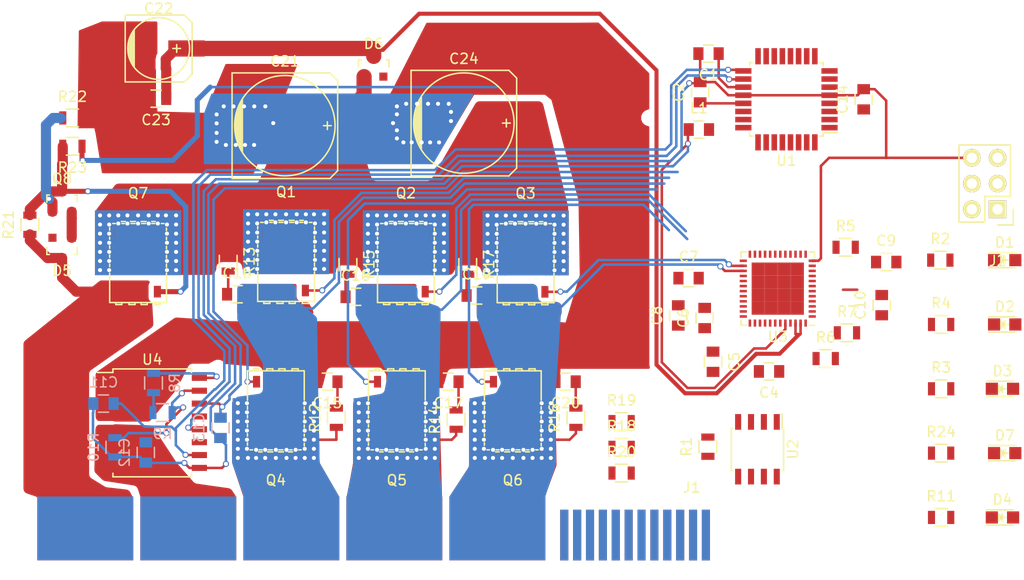
<source format=kicad_pcb>
(kicad_pcb (version 4) (host pcbnew 4.0.0-rc1-stable)
  (layers (0 F.Cu signal) (31 B.Cu signal) (34 B.Paste user) (35 F.Paste user) (36 B.SilkS user) (37 F.SilkS user) (38 B.Mask user) (39 F.Mask user) (44 Edge.Cuts user))
  (net 0 "")
  (net 1 "Net-(C1-Pad1)")
  (net 2 /LGND)
  (net 3 "Net-(C2-Pad1)")
  (net 4 /5V0)
  (net 5 /DriveControllerPower/PGND)
  (net 6 /DriveControllerPower/PBAT)
  (net 7 "Net-(C5-Pad2)")
  (net 8 "Net-(C6-Pad1)")
  (net 9 "Net-(C6-Pad2)")
  (net 10 "Net-(C7-Pad1)")
  (net 11 "Net-(C7-Pad2)")
  (net 12 /DriveControllerPower/CPOUT)
  (net 13 "Net-(C9-Pad1)")
  (net 14 "Net-(C10-Pad1)")
  (net 15 /ISENSEN)
  (net 16 "Net-(C12-Pad1)")
  (net 17 "Net-(C15-Pad1)")
  (net 18 /DriveControllerPower/POUT)
  (net 19 "Net-(C16-Pad1)")
  (net 20 /DriveControllerPower/U)
  (net 21 "Net-(C17-Pad1)")
  (net 22 "Net-(C18-Pad1)")
  (net 23 /DriveControllerPower/V)
  (net 24 "Net-(C19-Pad1)")
  (net 25 /DriveControllerPower/W)
  (net 26 "Net-(C20-Pad1)")
  (net 27 /DriveControllerPower/VBAT)
  (net 28 "Net-(D1-Pad1)")
  (net 29 "Net-(D2-Pad1)")
  (net 30 /STAT_LED)
  (net 31 "Net-(D3-Pad1)")
  (net 32 /I_OK)
  (net 33 "Net-(D4-Pad1)")
  (net 34 "Net-(D5-Pad1)")
  (net 35 /DriveControllerPower/VSUPPLY)
  (net 36 /STATCAN)
  (net 37 "Net-(D7-Pad1)")
  (net 38 /DriveControllerPower/H1)
  (net 39 /DriveControllerPower/H2)
  (net 40 /DriveControllerPower/H3)
  (net 41 /CANH)
  (net 42 /CANL)
  (net 43 /VCAN)
  (net 44 /MOSI)
  (net 45 /MISO)
  (net 46 /SCK)
  (net 47 /NRESET)
  (net 48 /DriveControllerPower/L1)
  (net 49 /DriveControllerPower/L2)
  (net 50 /DriveControllerPower/L3)
  (net 51 "Net-(Q7-Pad1)")
  (net 52 /TXCAN)
  (net 53 /NCOAST)
  (net 54 "Net-(R5-Pad1)")
  (net 55 "Net-(R7-Pad1)")
  (net 56 "Net-(R8-Pad1)")
  (net 57 /IFL_EN)
  (net 58 "Net-(R10-Pad1)")
  (net 59 /DG1)
  (net 60 /RXCAN)
  (net 61 /IH3)
  (net 62 /IL3)
  (net 63 /WD)
  (net 64 /DG2)
  (net 65 /DG3)
  (net 66 /ISENSEP)
  (net 67 /SCREF)
  (net 68 /IL2)
  (net 69 /IL1)
  (net 70 /IH1)
  (net 71 /IH2)
  (net 72 /SLEEP)
  (net 73 "Net-(Q8-Pad1)")
  (net 74 /HA1)
  (net 75 /HA2)
  (net 76 /HA3)
  (module Housings_SOIC:SOIC-8_3.9x4.9mm_Pitch1.27mm (layer F.Cu) (at 167.894 138.2395 270)
    (fp_text reference U2 (at 0 -3.5 270) (layer F.SilkS))
    (fp_text value MCP2562)
    (pad 1 smd rect (at -2.7 -1.905 270) (size 1.55 0.6) (layers F.Cu F.Paste F.Mask) (net 52 /TXCAN))
    (pad 2 smd rect (at -2.7 -0.635 270) (size 1.55 0.6) (layers F.Cu F.Paste F.Mask) (net 2 /LGND))
    (pad 3 smd rect (at -2.7 0.635 270) (size 1.55 0.6) (layers F.Cu F.Paste F.Mask) (net 43 /VCAN))
    (pad 4 smd rect (at -2.7 1.905 270) (size 1.55 0.6) (layers F.Cu F.Paste F.Mask) (net 60 /RXCAN))
    (pad 5 smd rect (at 2.7 1.905 270) (size 1.55 0.6) (layers F.Cu F.Paste F.Mask) (net 4 /5V0))
    (pad 6 smd rect (at 2.7 0.635 270) (size 1.55 0.6) (layers F.Cu F.Paste F.Mask) (net 42 /CANL))
    (pad 7 smd rect (at 2.7 -0.635 270) (size 1.55 0.6) (layers F.Cu F.Paste F.Mask) (net 41 /CANH))
    (pad 8 smd rect (at 2.7 -1.905 270) (size 1.55 0.6) (layers F.Cu F.Paste F.Mask) (net 2 /LGND))
  )
  (module Resistors_SMD:R_0805 (layer F.Cu) (at 154.4955 138.049)
    (fp_text reference R18 (at 0 -2.1) (layer F.SilkS))
    (fp_text value 10k)
    (pad 1 smd rect (at -0.95 0) (size 0.7 1.3) (layers F.Cu F.Paste F.Mask) (net 4 /5V0))
    (pad 2 smd rect (at 0.95 0) (size 0.7 1.3) (layers F.Cu F.Paste F.Mask) (net 75 /HA2))
  )
  (module Resistors_SMD:R_0805 (layer F.Cu) (at 154.4955 135.509)
    (fp_text reference R19 (at 0 -2.1) (layer F.SilkS))
    (fp_text value 10k)
    (pad 1 smd rect (at -0.95 0) (size 0.7 1.3) (layers F.Cu F.Paste F.Mask) (net 4 /5V0))
    (pad 2 smd rect (at 0.95 0) (size 0.7 1.3) (layers F.Cu F.Paste F.Mask) (net 74 /HA1))
  )
  (module Resistors_SMD:R_0805 (layer F.Cu) (at 154.4955 140.589)
    (fp_text reference R20 (at 0 -2.1) (layer F.SilkS))
    (fp_text value 10k)
    (pad 1 smd rect (at -0.95 0) (size 0.7 1.3) (layers F.Cu F.Paste F.Mask) (net 4 /5V0))
    (pad 2 smd rect (at 0.95 0) (size 0.7 1.3) (layers F.Cu F.Paste F.Mask) (net 76 /HA3))
  )
  (module Pin_Headers:Pin_Header_Straight_2x03 (layer F.Cu) (at 191.5795 114.554 180)
    (fp_text reference J2 (at 0 -5.1 180) (layer F.SilkS))
    (fp_text value ISP_Header)
    (pad 1 thru_hole rect (at 0 0 180) (size 1.7272 1.7272) (drill 1.016) (layers *.Cu *.Mask F.SilkS) (net 45 /MISO))
    (pad 2 thru_hole oval (at 2.54 0 180) (size 1.7272 1.7272) (drill 1.016) (layers *.Cu *.Mask F.SilkS) (net 4 /5V0))
    (pad 3 thru_hole oval (at 0 2.54 180) (size 1.7272 1.7272) (drill 1.016) (layers *.Cu *.Mask F.SilkS) (net 46 /SCK))
    (pad 4 thru_hole oval (at 2.54 2.54 180) (size 1.7272 1.7272) (drill 1.016) (layers *.Cu *.Mask F.SilkS) (net 44 /MOSI))
    (pad 5 thru_hole oval (at 0 5.08 180) (size 1.7272 1.7272) (drill 1.016) (layers *.Cu *.Mask F.SilkS) (net 47 /NRESET))
    (pad 6 thru_hole oval (at 2.54 5.08 180) (size 1.7272 1.7272) (drill 1.016) (layers *.Cu *.Mask F.SilkS) (net 2 /LGND))
  )
  (module Housings_QFP:TQFP-32_7x7mm_Pitch0.8mm (layer F.Cu) (at 170.7515 103.6955 180)
    (fp_text reference U1 (at 0 -6.05 180) (layer F.SilkS))
    (fp_text value ATMega32M1)
    (pad 1 smd rect (at -4.25 -2.8 180) (size 1.6 0.55) (layers F.Cu F.Paste F.Mask) (net 45 /MISO))
    (pad 2 smd rect (at -4.25 -2 180) (size 1.6 0.55) (layers F.Cu F.Paste F.Mask) (net 44 /MOSI))
    (pad 3 smd rect (at -4.25 -1.2 180) (size 1.6 0.55) (layers F.Cu F.Paste F.Mask) (net 59 /DG1))
    (pad 4 smd rect (at -4.25 -0.4 180) (size 1.6 0.55) (layers F.Cu F.Paste F.Mask) (net 4 /5V0))
    (pad 5 smd rect (at -4.25 0.4 180) (size 1.6 0.55) (layers F.Cu F.Paste F.Mask) (net 2 /LGND))
    (pad 6 smd rect (at -4.25 1.2 180) (size 1.6 0.55) (layers F.Cu F.Paste F.Mask) (net 52 /TXCAN))
    (pad 7 smd rect (at -4.25 2 180) (size 1.6 0.55) (layers F.Cu F.Paste F.Mask) (net 60 /RXCAN))
    (pad 8 smd rect (at -4.25 2.8 180) (size 1.6 0.55) (layers F.Cu F.Paste F.Mask) (net 61 /IH3))
    (pad 9 smd rect (at -2.8 4.25 270) (size 1.6 0.55) (layers F.Cu F.Paste F.Mask) (net 62 /IL3))
    (pad 10 smd rect (at -2 4.25 270) (size 1.6 0.55) (layers F.Cu F.Paste F.Mask) (net 63 /WD))
    (pad 11 smd rect (at -1.2 4.25 270) (size 1.6 0.55) (layers F.Cu F.Paste F.Mask) (net 36 /STATCAN))
    (pad 12 smd rect (at -0.4 4.25 270) (size 1.6 0.55) (layers F.Cu F.Paste F.Mask) (net 46 /SCK))
    (pad 13 smd rect (at 0.4 4.25 270) (size 1.6 0.55) (layers F.Cu F.Paste F.Mask) (net 74 /HA1))
    (pad 14 smd rect (at 1.2 4.25 270) (size 1.6 0.55) (layers F.Cu F.Paste F.Mask) (net 64 /DG2))
    (pad 15 smd rect (at 2 4.25 270) (size 1.6 0.55) (layers F.Cu F.Paste F.Mask) (net 75 /HA2))
    (pad 16 smd rect (at 2.8 4.25 270) (size 1.6 0.55) (layers F.Cu F.Paste F.Mask) (net 65 /DG3))
    (pad 17 smd rect (at 4.25 2.8 180) (size 1.6 0.55) (layers F.Cu F.Paste F.Mask) (net 15 /ISENSEN))
    (pad 18 smd rect (at 4.25 2 180) (size 1.6 0.55) (layers F.Cu F.Paste F.Mask) (net 66 /ISENSEP))
    (pad 19 smd rect (at 4.25 1.2 180) (size 1.6 0.55) (layers F.Cu F.Paste F.Mask) (net 1 "Net-(C1-Pad1)"))
    (pad 20 smd rect (at 4.25 0.4 180) (size 1.6 0.55) (layers F.Cu F.Paste F.Mask) (net 2 /LGND))
    (pad 21 smd rect (at 4.25 -0.4 180) (size 1.6 0.55) (layers F.Cu F.Paste F.Mask) (net 3 "Net-(C2-Pad1)"))
    (pad 22 smd rect (at 4.25 -1.2 180) (size 1.6 0.55) (layers F.Cu F.Paste F.Mask) (net 76 /HA3))
    (pad 23 smd rect (at 4.25 -2 180) (size 1.6 0.55) (layers F.Cu F.Paste F.Mask) (net 53 /NCOAST))
    (pad 24 smd rect (at 4.25 -2.8 180) (size 1.6 0.55) (layers F.Cu F.Paste F.Mask) (net 30 /STAT_LED))
    (pad 25 smd rect (at 2.8 -4.25 270) (size 1.6 0.55) (layers F.Cu F.Paste F.Mask) (net 67 /SCREF))
    (pad 26 smd rect (at 2 -4.25 270) (size 1.6 0.55) (layers F.Cu F.Paste F.Mask) (net 32 /I_OK))
    (pad 27 smd rect (at 1.2 -4.25 270) (size 1.6 0.55) (layers F.Cu F.Paste F.Mask) (net 68 /IL2))
    (pad 28 smd rect (at 0.4 -4.25 270) (size 1.6 0.55) (layers F.Cu F.Paste F.Mask) (net 69 /IL1))
    (pad 29 smd rect (at -0.4 -4.25 270) (size 1.6 0.55) (layers F.Cu F.Paste F.Mask) (net 70 /IH1))
    (pad 30 smd rect (at -1.2 -4.25 270) (size 1.6 0.55) (layers F.Cu F.Paste F.Mask) (net 71 /IH2))
    (pad 31 smd rect (at -2 -4.25 270) (size 1.6 0.55) (layers F.Cu F.Paste F.Mask) (net 47 /NRESET))
    (pad 32 smd rect (at -2.8 -4.25 270) (size 1.6 0.55) (layers F.Cu F.Paste F.Mask) (net 72 /SLEEP))
  )
  (module Capacitors_SMD:C_0805 (layer F.Cu) (at 178.3715 103.6955 90)
    (fp_text reference C14 (at 0 -2.1 90) (layer F.SilkS))
    (fp_text value 10nF)
    (pad 1 smd rect (at -1 0 90) (size 1 1.25) (layers F.Cu F.Paste F.Mask) (net 4 /5V0))
    (pad 2 smd rect (at 1 0 90) (size 1 1.25) (layers F.Cu F.Paste F.Mask) (net 2 /LGND))
  )
  (module Capacitors_SMD:C_0805 (layer F.Cu) (at 162.1155 106.68)
    (fp_text reference L1 (at 0 -2.1) (layer F.SilkS))
    (fp_text value 10uH)
    (pad 1 smd rect (at -1 0) (size 1 1.25) (layers F.Cu F.Paste F.Mask) (net 4 /5V0))
    (pad 2 smd rect (at 1 0) (size 1 1.25) (layers F.Cu F.Paste F.Mask) (net 1 "Net-(C1-Pad1)"))
  )
  (module Capacitors_SMD:C_0805 (layer F.Cu) (at 162.2425 102.997 90)
    (fp_text reference C2 (at 0 -2.1 90) (layer F.SilkS))
    (fp_text value 10nF)
    (pad 1 smd rect (at -1 0 90) (size 1 1.25) (layers F.Cu F.Paste F.Mask) (net 3 "Net-(C2-Pad1)"))
    (pad 2 smd rect (at 1 0 90) (size 1 1.25) (layers F.Cu F.Paste F.Mask) (net 2 /LGND))
  )
  (module Capacitors_SMD:C_0805 (layer F.Cu) (at 163.068 99.187 180)
    (fp_text reference C1 (at 0 -2.1 180) (layer F.SilkS))
    (fp_text value 100nF)
    (pad 1 smd rect (at -1 0 180) (size 1 1.25) (layers F.Cu F.Paste F.Mask) (net 1 "Net-(C1-Pad1)"))
    (pad 2 smd rect (at 1 0 180) (size 1 1.25) (layers F.Cu F.Paste F.Mask) (net 2 /LGND))
  )
  (module Capacitors_SMD:c_elec_10x10 (layer F.Cu) (at 121.285 106.299)
    (fp_text reference C21 (at 0 -6.35) (layer F.SilkS))
    (fp_text value 220uF)
    (pad 1 smd rect (at 4.0005 0) (size 4.0005 2.4003) (layers F.Cu F.Paste F.Mask) (net 6 /DriveControllerPower/PBAT))
    (pad 2 smd rect (at -4.0005 0) (size 4.0005 2.4003) (layers F.Cu F.Paste F.Mask) (net 5 /DriveControllerPower/PGND))
  )
  (module Capacitors_SMD:c_elec_6.3x5.7 (layer F.Cu) (at 108.839 98.679)
    (fp_text reference C22 (at 0 -3.937) (layer F.SilkS))
    (fp_text value 22uF)
    (pad 1 smd rect (at 2.75082 0) (size 3.59918 1.6002) (layers F.Cu F.Paste F.Mask) (net 27 /DriveControllerPower/VBAT))
    (pad 2 smd rect (at -2.75082 0) (size 3.59918 1.6002) (layers F.Cu F.Paste F.Mask) (net 5 /DriveControllerPower/PGND))
  )
  (module Capacitors_SMD:c_elec_10x10 (layer F.Cu) (at 138.938 106.045)
    (fp_text reference C24 (at 0 -6.35) (layer F.SilkS))
    (fp_text value 220uF)
    (pad 1 smd rect (at 4.0005 0) (size 4.0005 2.4003) (layers F.Cu F.Paste F.Mask) (net 6 /DriveControllerPower/PBAT))
    (pad 2 smd rect (at -4.0005 0) (size 4.0005 2.4003) (layers F.Cu F.Paste F.Mask) (net 5 /DriveControllerPower/PGND))
  )
  (module LEDs:LED-0805 (layer F.Cu) (at 192.278 119.5705)
    (fp_text reference D1 (at 0 -1.75) (layer F.SilkS))
    (fp_text value LED_PWR)
    (pad 2 smd rect (at 1.04902 0 180) (size 1.19888 1.19888) (layers F.Cu F.Paste F.Mask) (net 4 /5V0))
    (pad 1 smd rect (at -1.04902 0 180) (size 1.19888 1.19888) (layers F.Cu F.Paste F.Mask) (net 28 "Net-(D1-Pad1)"))
  )
  (module LEDs:LED-0805 (layer F.Cu) (at 192.278 125.9205)
    (fp_text reference D2 (at 0 -1.75) (layer F.SilkS))
    (fp_text value LED_COAST)
    (pad 2 smd rect (at 1.04902 0 180) (size 1.19888 1.19888) (layers F.Cu F.Paste F.Mask) (net 4 /5V0))
    (pad 1 smd rect (at -1.04902 0 180) (size 1.19888 1.19888) (layers F.Cu F.Paste F.Mask) (net 29 "Net-(D2-Pad1)"))
  )
  (module LEDs:LED-0805 (layer F.Cu) (at 192.05702 132.2705)
    (fp_text reference D3 (at 0 -1.75) (layer F.SilkS))
    (fp_text value LED_STAT)
    (pad 2 smd rect (at 1.04902 0 180) (size 1.19888 1.19888) (layers F.Cu F.Paste F.Mask) (net 30 /STAT_LED))
    (pad 1 smd rect (at -1.04902 0 180) (size 1.19888 1.19888) (layers F.Cu F.Paste F.Mask) (net 31 "Net-(D3-Pad1)"))
  )
  (module LEDs:LED-0805 (layer F.Cu) (at 192.05702 144.9705)
    (fp_text reference D4 (at 0 -1.75) (layer F.SilkS))
    (fp_text value LED_IOK)
    (pad 2 smd rect (at 1.04902 0 180) (size 1.19888 1.19888) (layers F.Cu F.Paste F.Mask) (net 32 /I_OK))
    (pad 1 smd rect (at -1.04902 0 180) (size 1.19888 1.19888) (layers F.Cu F.Paste F.Mask) (net 33 "Net-(D4-Pad1)"))
  )
  (module TO_SOT_Packages_SMD:SOT-23 (layer F.Cu) (at 99.314 118.364 180)
    (fp_text reference D5 (at 0 -2.25 180) (layer F.SilkS))
    (fp_text value BAS16)
    (pad 1 smd rect (at -0.95 1.00076 180) (size 0.8001 0.8001) (layers F.Cu F.Paste F.Mask) (net 34 "Net-(D5-Pad1)"))
    (pad 2 smd rect (at 0.95 1.00076 180) (size 0.8001 0.8001) (layers F.Cu F.Paste F.Mask))
    (pad 3 smd rect (at 0 -0.99822 180) (size 0.8001 0.8001) (layers F.Cu F.Paste F.Mask) (net 35 /DriveControllerPower/VSUPPLY))
  )
  (module TO_SOT_Packages_SMD:SOT-23 (layer F.Cu) (at 130.048 100.457)
    (fp_text reference D6 (at 0 -2.25) (layer F.SilkS))
    (fp_text value BAS16)
    (pad 1 smd rect (at -0.95 1.00076) (size 0.8001 0.8001) (layers F.Cu F.Paste F.Mask) (net 6 /DriveControllerPower/PBAT))
    (pad 2 smd rect (at 0.95 1.00076) (size 0.8001 0.8001) (layers F.Cu F.Paste F.Mask))
    (pad 3 smd rect (at 0 -0.99822) (size 0.8001 0.8001) (layers F.Cu F.Paste F.Mask) (net 27 /DriveControllerPower/VBAT))
  )
  (module LEDs:LED-0805 (layer F.Cu) (at 192.278 138.6205)
    (fp_text reference D7 (at 0 -1.75) (layer F.SilkS))
    (fp_text value LED_CAN)
    (pad 2 smd rect (at 1.04902 0 180) (size 1.19888 1.19888) (layers F.Cu F.Paste F.Mask) (net 36 /STATCAN))
    (pad 1 smd rect (at -1.04902 0 180) (size 1.19888 1.19888) (layers F.Cu F.Paste F.Mask) (net 37 "Net-(D7-Pad1)"))
  )
  (module USSTPARTS:HPCE-40-24 (layer F.Cu) (at 95.37 150.901674)
    (fp_text reference J1 (at 66.04 -8.89) (layer F.SilkS))
    (fp_text value HPCE_40-24)
    (pad 1 connect rect (at 6.23 -4.851674) (size 9.46 6.3) (layers F.Cu F.Mask) (net 35 /DriveControllerPower/VSUPPLY))
    (pad 5 connect rect (at 16.39 -4.851674) (size 9.46 6.3) (layers F.Cu F.Mask) (net 5 /DriveControllerPower/PGND))
    (pad 9 connect rect (at 26.55 -4.851674) (size 9.46 6.3) (layers F.Cu F.Mask) (net 20 /DriveControllerPower/U))
    (pad 13 connect rect (at 36.71 -4.851674) (size 9.46 6.3) (layers F.Cu F.Mask) (net 23 /DriveControllerPower/V))
    (pad 17 connect rect (at 46.87 -4.851674) (size 9.46 6.3) (layers F.Cu F.Mask) (net 25 /DriveControllerPower/W))
    (pad 37 connect rect (at 6.23 -4.851674) (size 9.46 6.3) (layers B.Cu B.Mask) (net 35 /DriveControllerPower/VSUPPLY))
    (pad 33 connect rect (at 16.39 -4.851674) (size 9.46 6.3) (layers B.Cu B.Mask) (net 5 /DriveControllerPower/PGND))
    (pad 29 connect rect (at 26.55 -4.851674) (size 9.46 6.3) (layers B.Cu B.Mask) (net 20 /DriveControllerPower/U))
    (pad 25 connect rect (at 36.71 -4.851674) (size 9.46 6.3) (layers B.Cu B.Mask) (net 23 /DriveControllerPower/V))
    (pad 21 connect rect (at 46.87 -4.851674) (size 9.46 6.3) (layers B.Cu B.Mask) (net 25 /DriveControllerPower/W))
    (pad 41 connect rect (at 53.47 -4.19) (size 0.8 5) (layers F.Cu F.Mask) (net 74 /HA1))
    (pad 42 connect rect (at 54.74 -4.19) (size 0.8 5) (layers F.Cu F.Mask) (net 74 /HA1))
    (pad 43 connect rect (at 56.01 -4.19) (size 0.8 5) (layers F.Cu F.Mask) (net 75 /HA2))
    (pad 44 connect rect (at 57.28 -4.19) (size 0.8 5) (layers F.Cu F.Mask) (net 75 /HA2))
    (pad 45 connect rect (at 58.55 -4.19) (size 0.8 5) (layers F.Cu F.Mask) (net 76 /HA3))
    (pad 46 connect rect (at 59.82 -4.19) (size 0.8 5) (layers F.Cu F.Mask) (net 76 /HA3))
    (pad 47 connect rect (at 61.09 -4.19) (size 0.8 5) (layers F.Cu F.Mask) (net 2 /LGND))
    (pad 48 connect rect (at 62.36 -4.19) (size 0.8 5) (layers F.Cu F.Mask) (net 2 /LGND))
    (pad 49 connect rect (at 63.63 -4.19) (size 0.8 5) (layers F.Cu F.Mask) (net 41 /CANH))
    (pad 50 connect rect (at 64.9 -4.19) (size 0.8 5) (layers F.Cu F.Mask) (net 41 /CANH))
    (pad 51 connect rect (at 66.17 -4.19) (size 0.8 5) (layers F.Cu F.Mask) (net 42 /CANL))
    (pad 52 connect rect (at 67.44 -4.19) (size 0.8 5) (layers F.Cu F.Mask) (net 42 /CANL))
    (pad 53 connect rect (at 67.44 -4.19) (size 0.8 5) (layers B.Cu B.Mask) (net 43 /VCAN))
    (pad 64 connect rect (at 53.47 -4.19) (size 0.8 5) (layers B.Cu B.Mask) (net 44 /MOSI))
    (pad 63 connect rect (at 54.74 -4.19) (size 0.8 5) (layers B.Cu B.Mask) (net 45 /MISO))
    (pad 62 connect rect (at 56.01 -4.19) (size 0.8 5) (layers B.Cu B.Mask) (net 46 /SCK))
    (pad 61 connect rect (at 57.28 -4.19) (size 0.8 5) (layers B.Cu B.Mask) (net 47 /NRESET))
    (pad 60 connect rect (at 58.55 -4.19) (size 0.8 5) (layers B.Cu B.Mask) (net 2 /LGND))
    (pad 59 connect rect (at 59.82 -4.19) (size 0.8 5) (layers B.Cu B.Mask) (net 4 /5V0))
    (pad 58 connect rect (at 61.09 -4.19) (size 0.8 5) (layers B.Cu B.Mask) (net 4 /5V0))
    (pad 57 connect rect (at 62.36 -4.19) (size 0.8 5) (layers B.Cu B.Mask) (net 2 /LGND))
    (pad 56 connect rect (at 63.63 -4.19) (size 0.8 5) (layers B.Cu B.Mask) (net 2 /LGND))
    (pad 55 connect rect (at 64.9 -4.19) (size 0.8 5) (layers B.Cu B.Mask) (net 2 /LGND))
    (pad 54 connect rect (at 66.17 -4.19) (size 0.8 5) (layers B.Cu B.Mask) (net 43 /VCAN))
  )
  (module TO_SOT_Packages_SMD:SOT-23 (layer F.Cu) (at 99.314 113.792)
    (fp_text reference Q8 (at 0 -2.25) (layer F.SilkS))
    (fp_text value BC817-40)
    (pad 1 smd rect (at -0.95 1.00076) (size 0.8001 0.8001) (layers F.Cu F.Paste F.Mask) (net 73 "Net-(Q8-Pad1)"))
    (pad 2 smd rect (at 0.95 1.00076) (size 0.8001 0.8001) (layers F.Cu F.Paste F.Mask) (net 34 "Net-(D5-Pad1)"))
    (pad 3 smd rect (at 0 -0.99822) (size 0.8001 0.8001) (layers F.Cu F.Paste F.Mask) (net 51 "Net-(Q7-Pad1)"))
  )
  (module Housings_DFN_QFN:QFN-48-1EP_7x7mm_Pitch0.5mm (layer F.Cu) (at 169.897 122.384 180)
    (fp_text reference U3 (at 0 -4.75 180) (layer F.SilkS))
    (fp_text value ATA6844)
    (pad 1 smd rect (at -3.4 -2.75 180) (size 0.7 0.25) (layers F.Cu F.Paste F.Mask) (net 14 "Net-(C10-Pad1)"))
    (pad 2 smd rect (at -3.4 -2.25 180) (size 0.7 0.25) (layers F.Cu F.Paste F.Mask) (net 14 "Net-(C10-Pad1)"))
    (pad 3 smd rect (at -3.4 -1.75 180) (size 0.7 0.25) (layers F.Cu F.Paste F.Mask) (net 55 "Net-(R7-Pad1)"))
    (pad 4 smd rect (at -3.4 -1.25 180) (size 0.7 0.25) (layers F.Cu F.Paste F.Mask) (net 13 "Net-(C9-Pad1)"))
    (pad 5 smd rect (at -3.4 -0.75 180) (size 0.7 0.25) (layers F.Cu F.Paste F.Mask) (net 47 /NRESET))
    (pad 6 smd rect (at -3.4 -0.25 180) (size 0.7 0.25) (layers F.Cu F.Paste F.Mask) (net 63 /WD))
    (pad 7 smd rect (at -3.4 0.25 180) (size 0.7 0.25) (layers F.Cu F.Paste F.Mask) (net 54 "Net-(R5-Pad1)"))
    (pad 8 smd rect (at -3.4 0.75 180) (size 0.7 0.25) (layers F.Cu F.Paste F.Mask) (net 72 /SLEEP))
    (pad 9 smd rect (at -3.4 1.25 180) (size 0.7 0.25) (layers F.Cu F.Paste F.Mask) (net 67 /SCREF))
    (pad 10 smd rect (at -3.4 1.75 180) (size 0.7 0.25) (layers F.Cu F.Paste F.Mask) (net 2 /LGND))
    (pad 11 smd rect (at -3.4 2.25 180) (size 0.7 0.25) (layers F.Cu F.Paste F.Mask) (net 2 /LGND))
    (pad 12 smd rect (at -3.4 2.75 180) (size 0.7 0.25) (layers F.Cu F.Paste F.Mask) (net 2 /LGND))
    (pad 13 smd rect (at -2.75 3.4 270) (size 0.7 0.25) (layers F.Cu F.Paste F.Mask))
    (pad 14 smd rect (at -2.25 3.4 270) (size 0.7 0.25) (layers F.Cu F.Paste F.Mask) (net 5 /DriveControllerPower/PGND))
    (pad 15 smd rect (at -1.75 3.4 270) (size 0.7 0.25) (layers F.Cu F.Paste F.Mask))
    (pad 16 smd rect (at -1.25 3.4 270) (size 0.7 0.25) (layers F.Cu F.Paste F.Mask) (net 62 /IL3))
    (pad 17 smd rect (at -0.75 3.4 270) (size 0.7 0.25) (layers F.Cu F.Paste F.Mask) (net 61 /IH3))
    (pad 18 smd rect (at -0.25 3.4 270) (size 0.7 0.25) (layers F.Cu F.Paste F.Mask) (net 68 /IL2))
    (pad 19 smd rect (at 0.25 3.4 270) (size 0.7 0.25) (layers F.Cu F.Paste F.Mask) (net 71 /IH2))
    (pad 20 smd rect (at 0.75 3.4 270) (size 0.7 0.25) (layers F.Cu F.Paste F.Mask) (net 69 /IL1))
    (pad 21 smd rect (at 1.25 3.4 270) (size 0.7 0.25) (layers F.Cu F.Paste F.Mask) (net 70 /IH1))
    (pad 22 smd rect (at 1.75 3.4 270) (size 0.7 0.25) (layers F.Cu F.Paste F.Mask))
    (pad 23 smd rect (at 2.25 3.4 270) (size 0.7 0.25) (layers F.Cu F.Paste F.Mask) (net 59 /DG1))
    (pad 24 smd rect (at 2.75 3.4 270) (size 0.7 0.25) (layers F.Cu F.Paste F.Mask) (net 64 /DG2))
    (pad 25 smd rect (at 3.4 2.75 180) (size 0.7 0.25) (layers F.Cu F.Paste F.Mask) (net 65 /DG3))
    (pad 26 smd rect (at 3.4 2.25 180) (size 0.7 0.25) (layers F.Cu F.Paste F.Mask) (net 40 /DriveControllerPower/H3))
    (pad 27 smd rect (at 3.4 1.75 180) (size 0.7 0.25) (layers F.Cu F.Paste F.Mask) (net 25 /DriveControllerPower/W))
    (pad 28 smd rect (at 3.4 1.25 180) (size 0.7 0.25) (layers F.Cu F.Paste F.Mask) (net 39 /DriveControllerPower/H2))
    (pad 29 smd rect (at 3.4 0.75 180) (size 0.7 0.25) (layers F.Cu F.Paste F.Mask) (net 23 /DriveControllerPower/V))
    (pad 30 smd rect (at 3.4 0.25 180) (size 0.7 0.25) (layers F.Cu F.Paste F.Mask) (net 38 /DriveControllerPower/H1))
    (pad 31 smd rect (at 3.4 -0.25 180) (size 0.7 0.25) (layers F.Cu F.Paste F.Mask) (net 20 /DriveControllerPower/U))
    (pad 32 smd rect (at 3.4 -0.75 180) (size 0.7 0.25) (layers F.Cu F.Paste F.Mask) (net 12 /DriveControllerPower/CPOUT))
    (pad 33 smd rect (at 3.4 -1.25 180) (size 0.7 0.25) (layers F.Cu F.Paste F.Mask) (net 11 "Net-(C7-Pad2)"))
    (pad 34 smd rect (at 3.4 -1.75 180) (size 0.7 0.25) (layers F.Cu F.Paste F.Mask) (net 10 "Net-(C7-Pad1)"))
    (pad 35 smd rect (at 3.4 -2.25 180) (size 0.7 0.25) (layers F.Cu F.Paste F.Mask) (net 9 "Net-(C6-Pad2)"))
    (pad 36 smd rect (at 3.4 -2.75 180) (size 0.7 0.25) (layers F.Cu F.Paste F.Mask) (net 8 "Net-(C6-Pad1)"))
    (pad 37 smd rect (at 2.75 -3.4 270) (size 0.7 0.25) (layers F.Cu F.Paste F.Mask) (net 5 /DriveControllerPower/PGND))
    (pad 38 smd rect (at 2.25 -3.4 270) (size 0.7 0.25) (layers F.Cu F.Paste F.Mask) (net 6 /DriveControllerPower/PBAT))
    (pad 39 smd rect (at 1.75 -3.4 270) (size 0.7 0.25) (layers F.Cu F.Paste F.Mask) (net 7 "Net-(C5-Pad2)"))
    (pad 40 smd rect (at 1.25 -3.4 270) (size 0.7 0.25) (layers F.Cu F.Paste F.Mask) (net 48 /DriveControllerPower/L1))
    (pad 41 smd rect (at 0.75 -3.4 270) (size 0.7 0.25) (layers F.Cu F.Paste F.Mask) (net 49 /DriveControllerPower/L2))
    (pad 42 smd rect (at 0.25 -3.4 270) (size 0.7 0.25) (layers F.Cu F.Paste F.Mask) (net 50 /DriveControllerPower/L3))
    (pad 43 smd rect (at -0.25 -3.4 270) (size 0.7 0.25) (layers F.Cu F.Paste F.Mask) (net 5 /DriveControllerPower/PGND))
    (pad 44 smd rect (at -0.75 -3.4 270) (size 0.7 0.25) (layers F.Cu F.Paste F.Mask) (net 4 /5V0))
    (pad 45 smd rect (at -1.25 -3.4 270) (size 0.7 0.25) (layers F.Cu F.Paste F.Mask) (net 5 /DriveControllerPower/PGND))
    (pad 46 smd rect (at -1.75 -3.4 270) (size 0.7 0.25) (layers F.Cu F.Paste F.Mask) (net 27 /DriveControllerPower/VBAT))
    (pad 47 smd rect (at -2.25 -3.4 270) (size 0.7 0.25) (layers F.Cu F.Paste F.Mask) (net 27 /DriveControllerPower/VBAT))
    (pad 48 smd rect (at -2.75 -3.4 270) (size 0.7 0.25) (layers F.Cu F.Paste F.Mask) (net 53 /NCOAST))
    (pad 49 smd rect (at 1.93125 1.93125 180) (size 1.2875 1.2875) (layers F.Cu F.Paste F.Mask))
    (pad 49 smd rect (at 1.93125 0.64375 180) (size 1.2875 1.2875) (layers F.Cu F.Paste F.Mask))
    (pad 49 smd rect (at 1.93125 -0.64375 180) (size 1.2875 1.2875) (layers F.Cu F.Paste F.Mask))
    (pad 49 smd rect (at 1.93125 -1.93125 180) (size 1.2875 1.2875) (layers F.Cu F.Paste F.Mask))
    (pad 49 smd rect (at 0.64375 1.93125 180) (size 1.2875 1.2875) (layers F.Cu F.Paste F.Mask))
    (pad 49 smd rect (at 0.64375 0.64375 180) (size 1.2875 1.2875) (layers F.Cu F.Paste F.Mask))
    (pad 49 smd rect (at 0.64375 -0.64375 180) (size 1.2875 1.2875) (layers F.Cu F.Paste F.Mask))
    (pad 49 smd rect (at 0.64375 -1.93125 180) (size 1.2875 1.2875) (layers F.Cu F.Paste F.Mask))
    (pad 49 smd rect (at -0.64375 1.93125 180) (size 1.2875 1.2875) (layers F.Cu F.Paste F.Mask))
    (pad 49 smd rect (at -0.64375 0.64375 180) (size 1.2875 1.2875) (layers F.Cu F.Paste F.Mask))
    (pad 49 smd rect (at -0.64375 -0.64375 180) (size 1.2875 1.2875) (layers F.Cu F.Paste F.Mask))
    (pad 49 smd rect (at -0.64375 -1.93125 180) (size 1.2875 1.2875) (layers F.Cu F.Paste F.Mask))
    (pad 49 smd rect (at -1.93125 1.93125 180) (size 1.2875 1.2875) (layers F.Cu F.Paste F.Mask))
    (pad 49 smd rect (at -1.93125 0.64375 180) (size 1.2875 1.2875) (layers F.Cu F.Paste F.Mask))
    (pad 49 smd rect (at -1.93125 -0.64375 180) (size 1.2875 1.2875) (layers F.Cu F.Paste F.Mask))
    (pad 49 smd rect (at -1.93125 -1.93125 180) (size 1.2875 1.2875) (layers F.Cu F.Paste F.Mask))
  )
  (module Housings_SOIC:SOIC-16_7.5x10.3mm_Pitch1.27mm (layer F.Cu) (at 108.204 135.636)
    (fp_text reference U4 (at 0 -6.25) (layer F.SilkS))
    (fp_text value ACS710)
    (pad 1 smd rect (at -4.65 -4.445) (size 1.5 0.6) (layers F.Cu F.Paste F.Mask) (net 18 /DriveControllerPower/POUT))
    (pad 2 smd rect (at -4.65 -3.175) (size 1.5 0.6) (layers F.Cu F.Paste F.Mask) (net 18 /DriveControllerPower/POUT))
    (pad 3 smd rect (at -4.65 -1.905) (size 1.5 0.6) (layers F.Cu F.Paste F.Mask) (net 18 /DriveControllerPower/POUT))
    (pad 4 smd rect (at -4.65 -0.635) (size 1.5 0.6) (layers F.Cu F.Paste F.Mask) (net 18 /DriveControllerPower/POUT))
    (pad 5 smd rect (at -4.65 0.635) (size 1.5 0.6) (layers F.Cu F.Paste F.Mask) (net 5 /DriveControllerPower/PGND))
    (pad 6 smd rect (at -4.65 1.905) (size 1.5 0.6) (layers F.Cu F.Paste F.Mask) (net 5 /DriveControllerPower/PGND))
    (pad 7 smd rect (at -4.65 3.175) (size 1.5 0.6) (layers F.Cu F.Paste F.Mask) (net 5 /DriveControllerPower/PGND))
    (pad 8 smd rect (at -4.65 4.445) (size 1.5 0.6) (layers F.Cu F.Paste F.Mask) (net 5 /DriveControllerPower/PGND))
    (pad 9 smd rect (at 4.65 4.445) (size 1.5 0.6) (layers F.Cu F.Paste F.Mask) (net 2 /LGND))
    (pad 10 smd rect (at 4.65 3.175) (size 1.5 0.6) (layers F.Cu F.Paste F.Mask) (net 15 /ISENSEN))
    (pad 11 smd rect (at 4.65 1.905) (size 1.5 0.6) (layers F.Cu F.Paste F.Mask) (net 16 "Net-(C12-Pad1)"))
    (pad 12 smd rect (at 4.65 0.635) (size 1.5 0.6) (layers F.Cu F.Paste F.Mask) (net 66 /ISENSEP))
    (pad 13 smd rect (at 4.65 -0.635) (size 1.5 0.6) (layers F.Cu F.Paste F.Mask))
    (pad 14 smd rect (at 4.65 -1.905) (size 1.5 0.6) (layers F.Cu F.Paste F.Mask) (net 4 /5V0))
    (pad 15 smd rect (at 4.65 -3.175) (size 1.5 0.6) (layers F.Cu F.Paste F.Mask) (net 58 "Net-(R10-Pad1)"))
    (pad 16 smd rect (at 4.65 -4.445) (size 1.5 0.6) (layers F.Cu F.Paste F.Mask) (net 57 /IFL_EN))
  )
  (module Capacitors_SMD:C_0805 (layer F.Cu) (at 169.037 130.556 180)
    (fp_text reference C4 (at 0 -2.1 180) (layer F.SilkS))
    (fp_text value 100nF)
    (pad 1 smd rect (at -1 0 180) (size 1 1.25) (layers F.Cu F.Paste F.Mask) (net 5 /DriveControllerPower/PGND))
    (pad 2 smd rect (at 1 0 180) (size 1 1.25) (layers F.Cu F.Paste F.Mask) (net 6 /DriveControllerPower/PBAT))
  )
  (module Capacitors_SMD:C_0805 (layer F.Cu) (at 163.5125 129.6035 270)
    (fp_text reference C5 (at 0 -2.1 270) (layer F.SilkS))
    (fp_text value 470nF)
    (pad 1 smd rect (at -1 0 270) (size 1 1.25) (layers F.Cu F.Paste F.Mask) (net 5 /DriveControllerPower/PGND))
    (pad 2 smd rect (at 1 0 270) (size 1 1.25) (layers F.Cu F.Paste F.Mask) (net 7 "Net-(C5-Pad2)"))
  )
  (module Capacitors_SMD:C_0805 (layer F.Cu) (at 162.687 125.2855 90)
    (fp_text reference C6 (at 0 -2.1 90) (layer F.SilkS))
    (fp_text value 100nF)
    (pad 1 smd rect (at -1 0 90) (size 1 1.25) (layers F.Cu F.Paste F.Mask) (net 8 "Net-(C6-Pad1)"))
    (pad 2 smd rect (at 1 0 90) (size 1 1.25) (layers F.Cu F.Paste F.Mask) (net 9 "Net-(C6-Pad2)"))
  )
  (module Capacitors_SMD:C_0805 (layer F.Cu) (at 161.0995 121.3485)
    (fp_text reference C7 (at 0 -2.1) (layer F.SilkS))
    (fp_text value 100nF)
    (pad 1 smd rect (at -1 0) (size 1 1.25) (layers F.Cu F.Paste F.Mask) (net 10 "Net-(C7-Pad1)"))
    (pad 2 smd rect (at 1 0) (size 1 1.25) (layers F.Cu F.Paste F.Mask) (net 11 "Net-(C7-Pad2)"))
  )
  (module Capacitors_SMD:C_0805 (layer F.Cu) (at 160.0835 125.0315 90)
    (fp_text reference C8 (at 0 -2.1 90) (layer F.SilkS))
    (fp_text value 470nF)
    (pad 1 smd rect (at -1 0 90) (size 1 1.25) (layers F.Cu F.Paste F.Mask) (net 6 /DriveControllerPower/PBAT))
    (pad 2 smd rect (at 1 0 90) (size 1 1.25) (layers F.Cu F.Paste F.Mask) (net 12 /DriveControllerPower/CPOUT))
  )
  (module Capacitors_SMD:C_0805 (layer F.Cu) (at 180.594 119.761)
    (fp_text reference C9 (at 0 -2.1) (layer F.SilkS))
    (fp_text value 220pF)
    (pad 1 smd rect (at -1 0) (size 1 1.25) (layers F.Cu F.Paste F.Mask) (net 13 "Net-(C9-Pad1)"))
    (pad 2 smd rect (at 1 0) (size 1 1.25) (layers F.Cu F.Paste F.Mask) (net 2 /LGND))
  )
  (module Capacitors_SMD:C_0805 (layer F.Cu) (at 180.1495 124.0155 90)
    (fp_text reference C10 (at 0 -2.1 90) (layer F.SilkS))
    (fp_text value 220nF)
    (pad 1 smd rect (at -1 0 90) (size 1 1.25) (layers F.Cu F.Paste F.Mask) (net 14 "Net-(C10-Pad1)"))
    (pad 2 smd rect (at 1 0 90) (size 1 1.25) (layers F.Cu F.Paste F.Mask) (net 2 /LGND))
  )
  (module Capacitors_SMD:C_0805 (layer B.Cu) (at 103.394 133.731 180)
    (fp_text reference C11 (at 0 2.1 180) (layer B.SilkS) (effects (justify mirror)))
    (fp_text value 1nF)
    (pad 1 smd rect (at -1 0 180) (size 1 1.25) (layers B.Cu B.Paste B.Mask) (net 15 /ISENSEN))
    (pad 2 smd rect (at 1 0 180) (size 1 1.25) (layers B.Cu B.Paste B.Mask) (net 2 /LGND))
  )
  (module Capacitors_SMD:C_0805 (layer B.Cu) (at 107.569 138.557 270)
    (fp_text reference C12 (at 0 2.1 270) (layer B.SilkS) (effects (justify mirror)))
    (fp_text value 1nF)
    (pad 1 smd rect (at -1 0 270) (size 1 1.25) (layers B.Cu B.Paste B.Mask) (net 16 "Net-(C12-Pad1)"))
    (pad 2 smd rect (at 1 0 270) (size 1 1.25) (layers B.Cu B.Paste B.Mask) (net 2 /LGND))
  )
  (module Capacitors_SMD:C_0805 (layer B.Cu) (at 114.935 136.128 270)
    (fp_text reference C13 (at 0 2.1 270) (layer B.SilkS) (effects (justify mirror)))
    (fp_text value 100nF)
    (pad 1 smd rect (at -1 0 270) (size 1 1.25) (layers B.Cu B.Paste B.Mask) (net 4 /5V0))
    (pad 2 smd rect (at 1 0 270) (size 1 1.25) (layers B.Cu B.Paste B.Mask) (net 2 /LGND))
  )
  (module Capacitors_SMD:C_0805 (layer F.Cu) (at 125.476 131.572 180)
    (fp_text reference C15 (at 0 -2.1 180) (layer F.SilkS))
    (fp_text value 10nF)
    (pad 1 smd rect (at -1 0 180) (size 1 1.25) (layers F.Cu F.Paste F.Mask) (net 17 "Net-(C15-Pad1)"))
    (pad 2 smd rect (at 1 0 180) (size 1 1.25) (layers F.Cu F.Paste F.Mask) (net 18 /DriveControllerPower/POUT))
  )
  (module Capacitors_SMD:C_0805 (layer F.Cu) (at 116.586 122.936)
    (fp_text reference C16 (at 0 -2.1) (layer F.SilkS))
    (fp_text value 10nF)
    (pad 1 smd rect (at -1 0) (size 1 1.25) (layers F.Cu F.Paste F.Mask) (net 19 "Net-(C16-Pad1)"))
    (pad 2 smd rect (at 1 0) (size 1 1.25) (layers F.Cu F.Paste F.Mask) (net 20 /DriveControllerPower/U))
  )
  (module Capacitors_SMD:C_0805 (layer F.Cu) (at 137.414 131.572 180)
    (fp_text reference C17 (at 0 -2.1 180) (layer F.SilkS))
    (fp_text value 10nF)
    (pad 1 smd rect (at -1 0 180) (size 1 1.25) (layers F.Cu F.Paste F.Mask) (net 21 "Net-(C17-Pad1)"))
    (pad 2 smd rect (at 1 0 180) (size 1 1.25) (layers F.Cu F.Paste F.Mask) (net 18 /DriveControllerPower/POUT))
  )
  (module Capacitors_SMD:C_0805 (layer F.Cu) (at 128.27 123.19)
    (fp_text reference C18 (at 0 -2.1) (layer F.SilkS))
    (fp_text value 10nF)
    (pad 1 smd rect (at -1 0) (size 1 1.25) (layers F.Cu F.Paste F.Mask) (net 22 "Net-(C18-Pad1)"))
    (pad 2 smd rect (at 1 0) (size 1 1.25) (layers F.Cu F.Paste F.Mask) (net 23 /DriveControllerPower/V))
  )
  (module Capacitors_SMD:C_0805 (layer F.Cu) (at 140.208 123.063)
    (fp_text reference C19 (at 0 -2.1) (layer F.SilkS))
    (fp_text value 10nF)
    (pad 1 smd rect (at -1 0) (size 1 1.25) (layers F.Cu F.Paste F.Mask) (net 24 "Net-(C19-Pad1)"))
    (pad 2 smd rect (at 1 0) (size 1 1.25) (layers F.Cu F.Paste F.Mask) (net 25 /DriveControllerPower/W))
  )
  (module Capacitors_SMD:C_0805 (layer F.Cu) (at 148.971 131.572 180)
    (fp_text reference C20 (at 0 -2.1 180) (layer F.SilkS))
    (fp_text value 10nF)
    (pad 1 smd rect (at -1 0 180) (size 1 1.25) (layers F.Cu F.Paste F.Mask) (net 26 "Net-(C20-Pad1)"))
    (pad 2 smd rect (at 1 0 180) (size 1 1.25) (layers F.Cu F.Paste F.Mask) (net 18 /DriveControllerPower/POUT))
  )
  (module Capacitors_SMD:C_0805 (layer F.Cu) (at 108.585 103.632 180)
    (fp_text reference C23 (at 0 -2.1 180) (layer F.SilkS))
    (fp_text value 100nF)
    (pad 1 smd rect (at -1 0 180) (size 1 1.25) (layers F.Cu F.Paste F.Mask) (net 27 /DriveControllerPower/VBAT))
    (pad 2 smd rect (at 1 0 180) (size 1 1.25) (layers F.Cu F.Paste F.Mask) (net 5 /DriveControllerPower/PGND))
  )
  (module Resistors_SMD:R_0805 (layer F.Cu) (at 185.928 119.5705)
    (fp_text reference R2 (at 0 -2.1) (layer F.SilkS))
    (fp_text value 1k)
    (pad 1 smd rect (at -0.95 0) (size 0.7 1.3) (layers F.Cu F.Paste F.Mask) (net 28 "Net-(D1-Pad1)"))
    (pad 2 smd rect (at 0.95 0) (size 0.7 1.3) (layers F.Cu F.Paste F.Mask) (net 2 /LGND))
  )
  (module Resistors_SMD:R_0805 (layer F.Cu) (at 186.008 132.2705)
    (fp_text reference R3 (at 0 -2.1) (layer F.SilkS))
    (fp_text value 1k)
    (pad 1 smd rect (at -0.95 0) (size 0.7 1.3) (layers F.Cu F.Paste F.Mask) (net 31 "Net-(D3-Pad1)"))
    (pad 2 smd rect (at 0.95 0) (size 0.7 1.3) (layers F.Cu F.Paste F.Mask) (net 2 /LGND))
  )
  (module Resistors_SMD:R_0805 (layer F.Cu) (at 186.008 125.9205)
    (fp_text reference R4 (at 0 -2.1) (layer F.SilkS))
    (fp_text value 1k)
    (pad 1 smd rect (at -0.95 0) (size 0.7 1.3) (layers F.Cu F.Paste F.Mask) (net 29 "Net-(D2-Pad1)"))
    (pad 2 smd rect (at 0.95 0) (size 0.7 1.3) (layers F.Cu F.Paste F.Mask) (net 53 /NCOAST))
  )
  (module Resistors_SMD:R_0805 (layer F.Cu) (at 176.5935 118.3005)
    (fp_text reference R5 (at 0 -2.1) (layer F.SilkS))
    (fp_text value "0 (J)")
    (pad 1 smd rect (at -0.95 0) (size 0.7 1.3) (layers F.Cu F.Paste F.Mask) (net 54 "Net-(R5-Pad1)"))
    (pad 2 smd rect (at 0.95 0) (size 0.7 1.3) (layers F.Cu F.Paste F.Mask) (net 2 /LGND))
  )
  (module Resistors_SMD:R_0805 (layer F.Cu) (at 174.625 129.286)
    (fp_text reference R6 (at 0 -2.1) (layer F.SilkS))
    (fp_text value 10k)
    (pad 1 smd rect (at -0.95 0) (size 0.7 1.3) (layers F.Cu F.Paste F.Mask) (net 13 "Net-(C9-Pad1)"))
    (pad 2 smd rect (at 0.95 0) (size 0.7 1.3) (layers F.Cu F.Paste F.Mask) (net 2 /LGND))
  )
  (module Resistors_SMD:R_0805 (layer F.Cu) (at 176.7205 126.746)
    (fp_text reference R7 (at 0 -2.1) (layer F.SilkS))
    (fp_text value 33k)
    (pad 1 smd rect (at -0.95 0) (size 0.7 1.3) (layers F.Cu F.Paste F.Mask) (net 55 "Net-(R7-Pad1)"))
    (pad 2 smd rect (at 0.95 0) (size 0.7 1.3) (layers F.Cu F.Paste F.Mask) (net 2 /LGND))
  )
  (module Resistors_SMD:R_0805 (layer B.Cu) (at 108.331 131.699 90)
    (fp_text reference R8 (at 0 2.1 90) (layer B.SilkS) (effects (justify mirror)))
    (fp_text value 100k)
    (pad 1 smd rect (at -0.95 0 90) (size 0.7 1.3) (layers B.Cu B.Paste B.Mask) (net 56 "Net-(R8-Pad1)"))
    (pad 2 smd rect (at 0.95 0 90) (size 0.7 1.3) (layers B.Cu B.Paste B.Mask) (net 57 /IFL_EN))
  )
  (module Resistors_SMD:R_0805 (layer B.Cu) (at 109.22 134.62)
    (fp_text reference R9 (at 0 2.1) (layer B.SilkS) (effects (justify mirror)))
    (fp_text value 100k)
    (pad 1 smd rect (at -0.95 0) (size 0.7 1.3) (layers B.Cu B.Paste B.Mask) (net 56 "Net-(R8-Pad1)"))
    (pad 2 smd rect (at 0.95 0) (size 0.7 1.3) (layers B.Cu B.Paste B.Mask) (net 58 "Net-(R10-Pad1)"))
  )
  (module Resistors_SMD:R_0805 (layer B.Cu) (at 104.521 138.049 270)
    (fp_text reference R10 (at 0 2.1 270) (layer B.SilkS) (effects (justify mirror)))
    (fp_text value 47k)
    (pad 1 smd rect (at -0.95 0 270) (size 0.7 1.3) (layers B.Cu B.Paste B.Mask) (net 58 "Net-(R10-Pad1)"))
    (pad 2 smd rect (at 0.95 0 270) (size 0.7 1.3) (layers B.Cu B.Paste B.Mask) (net 2 /LGND))
  )
  (module Resistors_SMD:R_0805 (layer F.Cu) (at 186.008 144.9705)
    (fp_text reference R11 (at 0 -2.1) (layer F.SilkS))
    (fp_text value 1k)
    (pad 1 smd rect (at -0.95 0) (size 0.7 1.3) (layers F.Cu F.Paste F.Mask) (net 33 "Net-(D4-Pad1)"))
    (pad 2 smd rect (at 0.95 0) (size 0.7 1.3) (layers F.Cu F.Paste F.Mask) (net 2 /LGND))
  )
  (module Resistors_SMD:R_0805 (layer F.Cu) (at 126.365 135.128 90)
    (fp_text reference R12 (at 0 -2.1 90) (layer F.SilkS))
    (fp_text value 10)
    (pad 1 smd rect (at -0.95 0 90) (size 0.7 1.3) (layers F.Cu F.Paste F.Mask) (net 20 /DriveControllerPower/U))
    (pad 2 smd rect (at 0.95 0 90) (size 0.7 1.3) (layers F.Cu F.Paste F.Mask) (net 17 "Net-(C15-Pad1)"))
  )
  (module Resistors_SMD:R_0805 (layer F.Cu) (at 115.697 119.7 270)
    (fp_text reference R13 (at 0 -2.1 270) (layer F.SilkS))
    (fp_text value 10)
    (pad 1 smd rect (at -0.95 0 270) (size 0.7 1.3) (layers F.Cu F.Paste F.Mask) (net 6 /DriveControllerPower/PBAT))
    (pad 2 smd rect (at 0.95 0 270) (size 0.7 1.3) (layers F.Cu F.Paste F.Mask) (net 19 "Net-(C16-Pad1)"))
  )
  (module Resistors_SMD:R_0805 (layer F.Cu) (at 138.176 135.316 90)
    (fp_text reference R14 (at 0 -2.1 90) (layer F.SilkS))
    (fp_text value 10)
    (pad 1 smd rect (at -0.95 0 90) (size 0.7 1.3) (layers F.Cu F.Paste F.Mask) (net 23 /DriveControllerPower/V))
    (pad 2 smd rect (at 0.95 0 90) (size 0.7 1.3) (layers F.Cu F.Paste F.Mask) (net 21 "Net-(C17-Pad1)"))
  )
  (module Resistors_SMD:R_0805 (layer F.Cu) (at 127.508 120.015 270)
    (fp_text reference R15 (at 0 -2.1 270) (layer F.SilkS))
    (fp_text value 10)
    (pad 1 smd rect (at -0.95 0 270) (size 0.7 1.3) (layers F.Cu F.Paste F.Mask) (net 6 /DriveControllerPower/PBAT))
    (pad 2 smd rect (at 0.95 0 270) (size 0.7 1.3) (layers F.Cu F.Paste F.Mask) (net 22 "Net-(C18-Pad1)"))
  )
  (module Resistors_SMD:R_0805 (layer F.Cu) (at 149.987 135.128 90)
    (fp_text reference R16 (at 0 -2.1 90) (layer F.SilkS))
    (fp_text value 10)
    (pad 1 smd rect (at -0.95 0 90) (size 0.7 1.3) (layers F.Cu F.Paste F.Mask) (net 25 /DriveControllerPower/W))
    (pad 2 smd rect (at 0.95 0 90) (size 0.7 1.3) (layers F.Cu F.Paste F.Mask) (net 26 "Net-(C20-Pad1)"))
  )
  (module Resistors_SMD:R_0805 (layer F.Cu) (at 139.319 120.015 270)
    (fp_text reference R17 (at 0 -2.1 270) (layer F.SilkS))
    (fp_text value 10)
    (pad 1 smd rect (at -0.95 0 270) (size 0.7 1.3) (layers F.Cu F.Paste F.Mask) (net 6 /DriveControllerPower/PBAT))
    (pad 2 smd rect (at 0.95 0 270) (size 0.7 1.3) (layers F.Cu F.Paste F.Mask) (net 24 "Net-(C19-Pad1)"))
  )
  (module Resistors_SMD:R_0805 (layer F.Cu) (at 96.139 116.078 90)
    (fp_text reference R21 (at 0 -2.1 90) (layer F.SilkS))
    (fp_text value 100k)
    (pad 1 smd rect (at -0.95 0 90) (size 0.7 1.3) (layers F.Cu F.Paste F.Mask) (net 35 /DriveControllerPower/VSUPPLY))
    (pad 2 smd rect (at 0.95 0 90) (size 0.7 1.3) (layers F.Cu F.Paste F.Mask) (net 51 "Net-(Q7-Pad1)"))
  )
  (module Resistors_SMD:R_0805 (layer F.Cu) (at 100.33 105.537)
    (fp_text reference R22 (at 0 -2.1) (layer F.SilkS))
    (fp_text value 10k)
    (pad 1 smd rect (at -0.95 0) (size 0.7 1.3) (layers F.Cu F.Paste F.Mask) (net 73 "Net-(Q8-Pad1)"))
    (pad 2 smd rect (at 0.95 0) (size 0.7 1.3) (layers F.Cu F.Paste F.Mask) (net 5 /DriveControllerPower/PGND))
  )
  (module Resistors_SMD:R_0805 (layer F.Cu) (at 100.33 108.331 180)
    (fp_text reference R23 (at 0 -2.1 180) (layer F.SilkS))
    (fp_text value 10k)
    (pad 1 smd rect (at -0.95 0 180) (size 0.7 1.3) (layers F.Cu F.Paste F.Mask) (net 12 /DriveControllerPower/CPOUT))
    (pad 2 smd rect (at 0.95 0 180) (size 0.7 1.3) (layers F.Cu F.Paste F.Mask) (net 51 "Net-(Q7-Pad1)"))
  )
  (module Resistors_SMD:R_0805 (layer F.Cu) (at 186.008 138.6205)
    (fp_text reference R24 (at 0 -2.1) (layer F.SilkS))
    (fp_text value 1k)
    (pad 1 smd rect (at -0.95 0) (size 0.7 1.3) (layers F.Cu F.Paste F.Mask) (net 37 "Net-(D7-Pad1)"))
    (pad 2 smd rect (at 0.95 0) (size 0.7 1.3) (layers F.Cu F.Paste F.Mask) (net 2 /LGND))
  )
  (module USSTPARTS:SOT-669_LFPAK_POWERSO8 (layer F.Cu) (at 121.405 119.746)
    (fp_text reference Q1 (at 0 -6.9) (layer F.SilkS))
    (fp_text value PSMN1R0)
    (pad 5 thru_hole rect (at 1.05 -4.7) (size 1 1) (drill 0.4) (layers *.Cu) (net 6 /DriveControllerPower/PBAT))
    (pad 5 thru_hole rect (at 0 -4.7) (size 1.4 1) (drill 0.4) (layers *.Cu) (net 6 /DriveControllerPower/PBAT))
    (pad 5 thru_hole rect (at -2.85 -4.7) (size 1 1) (drill 0.4) (layers *.Cu) (net 6 /DriveControllerPower/PBAT))
    (pad 5 thru_hole rect (at -1.05 -4.7) (size 1 1) (drill 0.4) (layers *.Cu) (net 6 /DriveControllerPower/PBAT))
    (pad 5 thru_hole rect (at 1.95 -4.7) (size 1 1) (drill 0.4) (layers *.Cu) (net 6 /DriveControllerPower/PBAT))
    (pad 5 thru_hole rect (at -1.95 -4.7) (size 1 1) (drill 0.4) (layers *.Cu) (net 6 /DriveControllerPower/PBAT))
    (pad 5 thru_hole rect (at 2.75 -4.7) (size 1 1) (drill 0.4) (layers *.Cu) (net 6 /DriveControllerPower/PBAT))
    (pad 5 thru_hole rect (at -3.75 -4.7) (size 1 1) (drill 0.4) (layers *.Cu) (net 6 /DriveControllerPower/PBAT))
    (pad 5 thru_hole rect (at -3.75 -3.8) (size 1 1) (drill 0.4) (layers *.Cu) (net 6 /DriveControllerPower/PBAT))
    (pad 5 thru_hole rect (at -3.75 -2) (size 1 1) (drill 0.4) (layers *.Cu) (net 6 /DriveControllerPower/PBAT))
    (pad 5 thru_hole rect (at -3.75 -2.9) (size 1 1) (drill 0.4) (layers *.Cu) (net 6 /DriveControllerPower/PBAT))
    (pad 5 thru_hole rect (at -3.75 -0.2) (size 1 1) (drill 0.4) (layers *.Cu) (net 6 /DriveControllerPower/PBAT))
    (pad 5 thru_hole rect (at -3.75 0.7) (size 1 1) (drill 0.4) (layers *.Cu) (net 6 /DriveControllerPower/PBAT))
    (pad 5 thru_hole rect (at -3.75 -1.1) (size 1 1) (drill 0.4) (layers *.Cu) (net 6 /DriveControllerPower/PBAT))
    (pad 5 thru_hole rect (at 3.75 -4.7) (size 1 1) (drill 0.4) (layers *.Cu) (net 6 /DriveControllerPower/PBAT))
    (pad 5 thru_hole rect (at 3.75 -2.9) (size 1 1) (drill 0.4) (layers *.Cu) (net 6 /DriveControllerPower/PBAT))
    (pad 5 thru_hole rect (at 3.75 0.7) (size 1 1) (drill 0.4) (layers *.Cu) (net 6 /DriveControllerPower/PBAT))
    (pad 5 thru_hole rect (at 3.75 -1.1) (size 1 1) (drill 0.4) (layers *.Cu) (net 6 /DriveControllerPower/PBAT))
    (pad 5 thru_hole rect (at 3.75 -2) (size 1 1) (drill 0.4) (layers *.Cu) (net 6 /DriveControllerPower/PBAT))
    (pad 5 thru_hole rect (at 3.75 -0.2) (size 1 1) (drill 0.4) (layers *.Cu) (net 6 /DriveControllerPower/PBAT))
    (pad 5 thru_hole rect (at 3.75 -3.8) (size 1 1) (drill 0.4) (layers *.Cu) (net 6 /DriveControllerPower/PBAT))
    (pad 5 thru_hole rect (at 1.05 -3.9) (size 1 1) (drill 0.4) (layers *.Cu) (net 6 /DriveControllerPower/PBAT))
    (pad 5 thru_hole rect (at -1.05 -3.9) (size 1 1) (drill 0.4) (layers *.Cu) (net 6 /DriveControllerPower/PBAT))
    (pad 5 thru_hole rect (at 0 -3.9) (size 1.4 1) (drill 0.4) (layers *.Cu) (net 6 /DriveControllerPower/PBAT))
    (pad 5 thru_hole rect (at -1.95 -3.9) (size 1 1) (drill 0.4) (layers *.Cu) (net 6 /DriveControllerPower/PBAT))
    (pad 5 thru_hole rect (at -2.85 -2) (size 1 1) (drill 0.4) (layers *.Cu) (net 6 /DriveControllerPower/PBAT))
    (pad 5 thru_hole rect (at -2.85 -1.1) (size 1 1) (drill 0.4) (layers *.Cu) (net 6 /DriveControllerPower/PBAT))
    (pad 5 thru_hole rect (at -2.85 -0.2) (size 1 1) (drill 0.4) (layers *.Cu) (net 6 /DriveControllerPower/PBAT))
    (pad 5 thru_hole rect (at -2.85 -3.8) (size 1 1) (drill 0.4) (layers *.Cu) (net 6 /DriveControllerPower/PBAT))
    (pad 3 smd rect (at -0.635 2.825) (size 0.7 1.15) (layers F.Cu F.Paste F.Mask) (net 20 /DriveControllerPower/U))
    (pad 3 smd rect (at -1.905 2.825) (size 0.7 1.15) (layers F.Cu F.Paste F.Mask) (net 20 /DriveControllerPower/U))
    (pad 3 smd rect (at 0.635 2.825) (size 0.7 1.15) (layers F.Cu F.Paste F.Mask) (net 20 /DriveControllerPower/U))
    (pad 5 smd rect (at 0 -2.65) (size 4.7 1.55) (layers F.Cu F.Mask) (net 6 /DriveControllerPower/PBAT))
    (pad 5 smd rect (at 0 -0.45) (size 4.2 3.3) (layers F.Cu F.Mask) (net 6 /DriveControllerPower/PBAT))
    (pad 1 smd rect (at 1.905 2.825) (size 0.7 1.15) (layers F.Cu F.Paste F.Mask) (net 38 /DriveControllerPower/H1))
    (pad 5 thru_hole rect (at 2.85 0.7) (size 1 1) (drill 0.4) (layers *.Cu) (net 6 /DriveControllerPower/PBAT))
    (pad 5 thru_hole rect (at 2.85 -0.2) (size 1 1) (drill 0.4) (layers *.Cu) (net 6 /DriveControllerPower/PBAT))
    (pad 5 thru_hole rect (at 2.85 -1.1) (size 1 1) (drill 0.4) (layers *.Cu) (net 6 /DriveControllerPower/PBAT))
    (pad 5 thru_hole rect (at 2.85 -2) (size 1 1) (drill 0.4) (layers *.Cu) (net 6 /DriveControllerPower/PBAT))
    (pad 5 thru_hole rect (at 2.85 -2.9) (size 1 1) (drill 0.4) (layers *.Cu) (net 6 /DriveControllerPower/PBAT))
    (pad 5 thru_hole rect (at 2.85 -3.8) (size 1 1) (drill 0.4) (layers *.Cu) (net 6 /DriveControllerPower/PBAT))
    (pad 5 thru_hole rect (at 1.95 -3.9) (size 1 1) (drill 0.4) (layers *.Cu) (net 6 /DriveControllerPower/PBAT))
    (pad 5 thru_hole rect (at -2.85 0.7) (size 1 1) (drill 0.4) (layers *.Cu) (net 6 /DriveControllerPower/PBAT))
    (pad 5 thru_hole rect (at -2.85 -2.9) (size 1 1) (drill 0.4) (layers *.Cu) (net 6 /DriveControllerPower/PBAT))
    (pad 5 smd rect (at 2.25 -1.75) (size 0.5 0.5) (layers F.Cu) (net 6 /DriveControllerPower/PBAT))
    (pad 5 smd rect (at -2.25 -1.75) (size 0.5 0.5) (layers F.Cu) (net 6 /DriveControllerPower/PBAT))
    (pad 5 smd rect (at 0 -2.65) (size 4.7 1.55) (layers B.Cu F.Mask) (net 6 /DriveControllerPower/PBAT))
    (pad 5 smd rect (at 0 -0.45) (size 4.2 3.3) (layers B.Cu F.Mask) (net 6 /DriveControllerPower/PBAT))
    (pad 5 smd rect (at 2.2 -0.45) (size 0.6 3.3) (layers F.Cu) (net 6 /DriveControllerPower/PBAT))
    (pad 5 smd rect (at -2.2 -0.45) (size 0.6 3.3) (layers F.Cu) (net 6 /DriveControllerPower/PBAT))
    (pad 5 smd rect (at -2.2 -0.45) (size 0.6 3.3) (layers B.Cu) (net 6 /DriveControllerPower/PBAT))
    (pad 5 smd rect (at 2.2 -0.45) (size 0.6 3.3) (layers B.Cu) (net 6 /DriveControllerPower/PBAT))
  )
  (module USSTPARTS:SOT-669_LFPAK_POWERSO8 (layer F.Cu) (at 133.223 119.857)
    (fp_text reference Q2 (at 0 -6.9) (layer F.SilkS))
    (fp_text value PSMN1R0)
    (pad 5 thru_hole rect (at 1.05 -4.7) (size 1 1) (drill 0.4) (layers *.Cu) (net 6 /DriveControllerPower/PBAT))
    (pad 5 thru_hole rect (at 0 -4.7) (size 1.4 1) (drill 0.4) (layers *.Cu) (net 6 /DriveControllerPower/PBAT))
    (pad 5 thru_hole rect (at -2.85 -4.7) (size 1 1) (drill 0.4) (layers *.Cu) (net 6 /DriveControllerPower/PBAT))
    (pad 5 thru_hole rect (at -1.05 -4.7) (size 1 1) (drill 0.4) (layers *.Cu) (net 6 /DriveControllerPower/PBAT))
    (pad 5 thru_hole rect (at 1.95 -4.7) (size 1 1) (drill 0.4) (layers *.Cu) (net 6 /DriveControllerPower/PBAT))
    (pad 5 thru_hole rect (at -1.95 -4.7) (size 1 1) (drill 0.4) (layers *.Cu) (net 6 /DriveControllerPower/PBAT))
    (pad 5 thru_hole rect (at 2.75 -4.7) (size 1 1) (drill 0.4) (layers *.Cu) (net 6 /DriveControllerPower/PBAT))
    (pad 5 thru_hole rect (at -3.75 -4.7) (size 1 1) (drill 0.4) (layers *.Cu) (net 6 /DriveControllerPower/PBAT))
    (pad 5 thru_hole rect (at -3.75 -3.8) (size 1 1) (drill 0.4) (layers *.Cu) (net 6 /DriveControllerPower/PBAT))
    (pad 5 thru_hole rect (at -3.75 -2) (size 1 1) (drill 0.4) (layers *.Cu) (net 6 /DriveControllerPower/PBAT))
    (pad 5 thru_hole rect (at -3.75 -2.9) (size 1 1) (drill 0.4) (layers *.Cu) (net 6 /DriveControllerPower/PBAT))
    (pad 5 thru_hole rect (at -3.75 -0.2) (size 1 1) (drill 0.4) (layers *.Cu) (net 6 /DriveControllerPower/PBAT))
    (pad 5 thru_hole rect (at -3.75 0.7) (size 1 1) (drill 0.4) (layers *.Cu) (net 6 /DriveControllerPower/PBAT))
    (pad 5 thru_hole rect (at -3.75 -1.1) (size 1 1) (drill 0.4) (layers *.Cu) (net 6 /DriveControllerPower/PBAT))
    (pad 5 thru_hole rect (at 3.75 -4.7) (size 1 1) (drill 0.4) (layers *.Cu) (net 6 /DriveControllerPower/PBAT))
    (pad 5 thru_hole rect (at 3.75 -2.9) (size 1 1) (drill 0.4) (layers *.Cu) (net 6 /DriveControllerPower/PBAT))
    (pad 5 thru_hole rect (at 3.75 0.7) (size 1 1) (drill 0.4) (layers *.Cu) (net 6 /DriveControllerPower/PBAT))
    (pad 5 thru_hole rect (at 3.75 -1.1) (size 1 1) (drill 0.4) (layers *.Cu) (net 6 /DriveControllerPower/PBAT))
    (pad 5 thru_hole rect (at 3.75 -2) (size 1 1) (drill 0.4) (layers *.Cu) (net 6 /DriveControllerPower/PBAT))
    (pad 5 thru_hole rect (at 3.75 -0.2) (size 1 1) (drill 0.4) (layers *.Cu) (net 6 /DriveControllerPower/PBAT))
    (pad 5 thru_hole rect (at 3.75 -3.8) (size 1 1) (drill 0.4) (layers *.Cu) (net 6 /DriveControllerPower/PBAT))
    (pad 5 thru_hole rect (at 1.05 -3.9) (size 1 1) (drill 0.4) (layers *.Cu) (net 6 /DriveControllerPower/PBAT))
    (pad 5 thru_hole rect (at -1.05 -3.9) (size 1 1) (drill 0.4) (layers *.Cu) (net 6 /DriveControllerPower/PBAT))
    (pad 5 thru_hole rect (at 0 -3.9) (size 1.4 1) (drill 0.4) (layers *.Cu) (net 6 /DriveControllerPower/PBAT))
    (pad 5 thru_hole rect (at -1.95 -3.9) (size 1 1) (drill 0.4) (layers *.Cu) (net 6 /DriveControllerPower/PBAT))
    (pad 5 thru_hole rect (at -2.85 -2) (size 1 1) (drill 0.4) (layers *.Cu) (net 6 /DriveControllerPower/PBAT))
    (pad 5 thru_hole rect (at -2.85 -1.1) (size 1 1) (drill 0.4) (layers *.Cu) (net 6 /DriveControllerPower/PBAT))
    (pad 5 thru_hole rect (at -2.85 -0.2) (size 1 1) (drill 0.4) (layers *.Cu) (net 6 /DriveControllerPower/PBAT))
    (pad 5 thru_hole rect (at -2.85 -3.8) (size 1 1) (drill 0.4) (layers *.Cu) (net 6 /DriveControllerPower/PBAT))
    (pad 3 smd rect (at -0.635 2.825) (size 0.7 1.15) (layers F.Cu F.Paste F.Mask) (net 23 /DriveControllerPower/V))
    (pad 3 smd rect (at -1.905 2.825) (size 0.7 1.15) (layers F.Cu F.Paste F.Mask) (net 23 /DriveControllerPower/V))
    (pad 3 smd rect (at 0.635 2.825) (size 0.7 1.15) (layers F.Cu F.Paste F.Mask) (net 23 /DriveControllerPower/V))
    (pad 5 smd rect (at 0 -2.65) (size 4.7 1.55) (layers F.Cu F.Mask) (net 6 /DriveControllerPower/PBAT))
    (pad 5 smd rect (at 0 -0.45) (size 4.2 3.3) (layers F.Cu F.Mask) (net 6 /DriveControllerPower/PBAT))
    (pad 1 smd rect (at 1.905 2.825) (size 0.7 1.15) (layers F.Cu F.Paste F.Mask) (net 39 /DriveControllerPower/H2))
    (pad 5 thru_hole rect (at 2.85 0.7) (size 1 1) (drill 0.4) (layers *.Cu) (net 6 /DriveControllerPower/PBAT))
    (pad 5 thru_hole rect (at 2.85 -0.2) (size 1 1) (drill 0.4) (layers *.Cu) (net 6 /DriveControllerPower/PBAT))
    (pad 5 thru_hole rect (at 2.85 -1.1) (size 1 1) (drill 0.4) (layers *.Cu) (net 6 /DriveControllerPower/PBAT))
    (pad 5 thru_hole rect (at 2.85 -2) (size 1 1) (drill 0.4) (layers *.Cu) (net 6 /DriveControllerPower/PBAT))
    (pad 5 thru_hole rect (at 2.85 -2.9) (size 1 1) (drill 0.4) (layers *.Cu) (net 6 /DriveControllerPower/PBAT))
    (pad 5 thru_hole rect (at 2.85 -3.8) (size 1 1) (drill 0.4) (layers *.Cu) (net 6 /DriveControllerPower/PBAT))
    (pad 5 thru_hole rect (at 1.95 -3.9) (size 1 1) (drill 0.4) (layers *.Cu) (net 6 /DriveControllerPower/PBAT))
    (pad 5 thru_hole rect (at -2.85 0.7) (size 1 1) (drill 0.4) (layers *.Cu) (net 6 /DriveControllerPower/PBAT))
    (pad 5 thru_hole rect (at -2.85 -2.9) (size 1 1) (drill 0.4) (layers *.Cu) (net 6 /DriveControllerPower/PBAT))
    (pad 5 smd rect (at 2.25 -1.75) (size 0.5 0.5) (layers F.Cu) (net 6 /DriveControllerPower/PBAT))
    (pad 5 smd rect (at -2.25 -1.75) (size 0.5 0.5) (layers F.Cu) (net 6 /DriveControllerPower/PBAT))
    (pad 5 smd rect (at 0 -2.65) (size 4.7 1.55) (layers B.Cu F.Mask) (net 6 /DriveControllerPower/PBAT))
    (pad 5 smd rect (at 0 -0.45) (size 4.2 3.3) (layers B.Cu F.Mask) (net 6 /DriveControllerPower/PBAT))
    (pad 5 smd rect (at 2.2 -0.45) (size 0.6 3.3) (layers F.Cu) (net 6 /DriveControllerPower/PBAT))
    (pad 5 smd rect (at -2.2 -0.45) (size 0.6 3.3) (layers F.Cu) (net 6 /DriveControllerPower/PBAT))
    (pad 5 smd rect (at -2.2 -0.45) (size 0.6 3.3) (layers B.Cu) (net 6 /DriveControllerPower/PBAT))
    (pad 5 smd rect (at 2.2 -0.45) (size 0.6 3.3) (layers B.Cu) (net 6 /DriveControllerPower/PBAT))
  )
  (module USSTPARTS:SOT-669_LFPAK_POWERSO8 (layer F.Cu) (at 145.027 119.873)
    (fp_text reference Q3 (at 0 -6.9) (layer F.SilkS))
    (fp_text value PSMN1R0)
    (pad 5 thru_hole rect (at 1.05 -4.7) (size 1 1) (drill 0.4) (layers *.Cu) (net 6 /DriveControllerPower/PBAT))
    (pad 5 thru_hole rect (at 0 -4.7) (size 1.4 1) (drill 0.4) (layers *.Cu) (net 6 /DriveControllerPower/PBAT))
    (pad 5 thru_hole rect (at -2.85 -4.7) (size 1 1) (drill 0.4) (layers *.Cu) (net 6 /DriveControllerPower/PBAT))
    (pad 5 thru_hole rect (at -1.05 -4.7) (size 1 1) (drill 0.4) (layers *.Cu) (net 6 /DriveControllerPower/PBAT))
    (pad 5 thru_hole rect (at 1.95 -4.7) (size 1 1) (drill 0.4) (layers *.Cu) (net 6 /DriveControllerPower/PBAT))
    (pad 5 thru_hole rect (at -1.95 -4.7) (size 1 1) (drill 0.4) (layers *.Cu) (net 6 /DriveControllerPower/PBAT))
    (pad 5 thru_hole rect (at 2.75 -4.7) (size 1 1) (drill 0.4) (layers *.Cu) (net 6 /DriveControllerPower/PBAT))
    (pad 5 thru_hole rect (at -3.75 -4.7) (size 1 1) (drill 0.4) (layers *.Cu) (net 6 /DriveControllerPower/PBAT))
    (pad 5 thru_hole rect (at -3.75 -3.8) (size 1 1) (drill 0.4) (layers *.Cu) (net 6 /DriveControllerPower/PBAT))
    (pad 5 thru_hole rect (at -3.75 -2) (size 1 1) (drill 0.4) (layers *.Cu) (net 6 /DriveControllerPower/PBAT))
    (pad 5 thru_hole rect (at -3.75 -2.9) (size 1 1) (drill 0.4) (layers *.Cu) (net 6 /DriveControllerPower/PBAT))
    (pad 5 thru_hole rect (at -3.75 -0.2) (size 1 1) (drill 0.4) (layers *.Cu) (net 6 /DriveControllerPower/PBAT))
    (pad 5 thru_hole rect (at -3.75 0.7) (size 1 1) (drill 0.4) (layers *.Cu) (net 6 /DriveControllerPower/PBAT))
    (pad 5 thru_hole rect (at -3.75 -1.1) (size 1 1) (drill 0.4) (layers *.Cu) (net 6 /DriveControllerPower/PBAT))
    (pad 5 thru_hole rect (at 3.75 -4.7) (size 1 1) (drill 0.4) (layers *.Cu) (net 6 /DriveControllerPower/PBAT))
    (pad 5 thru_hole rect (at 3.75 -2.9) (size 1 1) (drill 0.4) (layers *.Cu) (net 6 /DriveControllerPower/PBAT))
    (pad 5 thru_hole rect (at 3.75 0.7) (size 1 1) (drill 0.4) (layers *.Cu) (net 6 /DriveControllerPower/PBAT))
    (pad 5 thru_hole rect (at 3.75 -1.1) (size 1 1) (drill 0.4) (layers *.Cu) (net 6 /DriveControllerPower/PBAT))
    (pad 5 thru_hole rect (at 3.75 -2) (size 1 1) (drill 0.4) (layers *.Cu) (net 6 /DriveControllerPower/PBAT))
    (pad 5 thru_hole rect (at 3.75 -0.2) (size 1 1) (drill 0.4) (layers *.Cu) (net 6 /DriveControllerPower/PBAT))
    (pad 5 thru_hole rect (at 3.75 -3.8) (size 1 1) (drill 0.4) (layers *.Cu) (net 6 /DriveControllerPower/PBAT))
    (pad 5 thru_hole rect (at 1.05 -3.9) (size 1 1) (drill 0.4) (layers *.Cu) (net 6 /DriveControllerPower/PBAT))
    (pad 5 thru_hole rect (at -1.05 -3.9) (size 1 1) (drill 0.4) (layers *.Cu) (net 6 /DriveControllerPower/PBAT))
    (pad 5 thru_hole rect (at 0 -3.9) (size 1.4 1) (drill 0.4) (layers *.Cu) (net 6 /DriveControllerPower/PBAT))
    (pad 5 thru_hole rect (at -1.95 -3.9) (size 1 1) (drill 0.4) (layers *.Cu) (net 6 /DriveControllerPower/PBAT))
    (pad 5 thru_hole rect (at -2.85 -2) (size 1 1) (drill 0.4) (layers *.Cu) (net 6 /DriveControllerPower/PBAT))
    (pad 5 thru_hole rect (at -2.85 -1.1) (size 1 1) (drill 0.4) (layers *.Cu) (net 6 /DriveControllerPower/PBAT))
    (pad 5 thru_hole rect (at -2.85 -0.2) (size 1 1) (drill 0.4) (layers *.Cu) (net 6 /DriveControllerPower/PBAT))
    (pad 5 thru_hole rect (at -2.85 -3.8) (size 1 1) (drill 0.4) (layers *.Cu) (net 6 /DriveControllerPower/PBAT))
    (pad 3 smd rect (at -0.635 2.825) (size 0.7 1.15) (layers F.Cu F.Paste F.Mask) (net 25 /DriveControllerPower/W))
    (pad 3 smd rect (at -1.905 2.825) (size 0.7 1.15) (layers F.Cu F.Paste F.Mask) (net 25 /DriveControllerPower/W))
    (pad 3 smd rect (at 0.635 2.825) (size 0.7 1.15) (layers F.Cu F.Paste F.Mask) (net 25 /DriveControllerPower/W))
    (pad 5 smd rect (at 0 -2.65) (size 4.7 1.55) (layers F.Cu F.Mask) (net 6 /DriveControllerPower/PBAT))
    (pad 5 smd rect (at 0 -0.45) (size 4.2 3.3) (layers F.Cu F.Mask) (net 6 /DriveControllerPower/PBAT))
    (pad 1 smd rect (at 1.905 2.825) (size 0.7 1.15) (layers F.Cu F.Paste F.Mask) (net 40 /DriveControllerPower/H3))
    (pad 5 thru_hole rect (at 2.85 0.7) (size 1 1) (drill 0.4) (layers *.Cu) (net 6 /DriveControllerPower/PBAT))
    (pad 5 thru_hole rect (at 2.85 -0.2) (size 1 1) (drill 0.4) (layers *.Cu) (net 6 /DriveControllerPower/PBAT))
    (pad 5 thru_hole rect (at 2.85 -1.1) (size 1 1) (drill 0.4) (layers *.Cu) (net 6 /DriveControllerPower/PBAT))
    (pad 5 thru_hole rect (at 2.85 -2) (size 1 1) (drill 0.4) (layers *.Cu) (net 6 /DriveControllerPower/PBAT))
    (pad 5 thru_hole rect (at 2.85 -2.9) (size 1 1) (drill 0.4) (layers *.Cu) (net 6 /DriveControllerPower/PBAT))
    (pad 5 thru_hole rect (at 2.85 -3.8) (size 1 1) (drill 0.4) (layers *.Cu) (net 6 /DriveControllerPower/PBAT))
    (pad 5 thru_hole rect (at 1.95 -3.9) (size 1 1) (drill 0.4) (layers *.Cu) (net 6 /DriveControllerPower/PBAT))
    (pad 5 thru_hole rect (at -2.85 0.7) (size 1 1) (drill 0.4) (layers *.Cu) (net 6 /DriveControllerPower/PBAT))
    (pad 5 thru_hole rect (at -2.85 -2.9) (size 1 1) (drill 0.4) (layers *.Cu) (net 6 /DriveControllerPower/PBAT))
    (pad 5 smd rect (at 2.25 -1.75) (size 0.5 0.5) (layers F.Cu) (net 6 /DriveControllerPower/PBAT))
    (pad 5 smd rect (at -2.25 -1.75) (size 0.5 0.5) (layers F.Cu) (net 6 /DriveControllerPower/PBAT))
    (pad 5 smd rect (at 0 -2.65) (size 4.7 1.55) (layers B.Cu F.Mask) (net 6 /DriveControllerPower/PBAT))
    (pad 5 smd rect (at 0 -0.45) (size 4.2 3.3) (layers B.Cu F.Mask) (net 6 /DriveControllerPower/PBAT))
    (pad 5 smd rect (at 2.2 -0.45) (size 0.6 3.3) (layers F.Cu) (net 6 /DriveControllerPower/PBAT))
    (pad 5 smd rect (at -2.2 -0.45) (size 0.6 3.3) (layers F.Cu) (net 6 /DriveControllerPower/PBAT))
    (pad 5 smd rect (at -2.2 -0.45) (size 0.6 3.3) (layers B.Cu) (net 6 /DriveControllerPower/PBAT))
    (pad 5 smd rect (at 2.2 -0.45) (size 0.6 3.3) (layers B.Cu) (net 6 /DriveControllerPower/PBAT))
  )
  (module USSTPARTS:SOT-669_LFPAK_POWERSO8 (layer F.Cu) (at 120.396 134.397 180)
    (fp_text reference Q4 (at 0 -6.9 180) (layer F.SilkS))
    (fp_text value PSMN1R0)
    (pad 5 thru_hole rect (at 1.05 -4.7 180) (size 1 1) (drill 0.4) (layers *.Cu) (net 20 /DriveControllerPower/U))
    (pad 5 thru_hole rect (at 0 -4.7 180) (size 1.4 1) (drill 0.4) (layers *.Cu) (net 20 /DriveControllerPower/U))
    (pad 5 thru_hole rect (at -2.85 -4.7 180) (size 1 1) (drill 0.4) (layers *.Cu) (net 20 /DriveControllerPower/U))
    (pad 5 thru_hole rect (at -1.05 -4.7 180) (size 1 1) (drill 0.4) (layers *.Cu) (net 20 /DriveControllerPower/U))
    (pad 5 thru_hole rect (at 1.95 -4.7 180) (size 1 1) (drill 0.4) (layers *.Cu) (net 20 /DriveControllerPower/U))
    (pad 5 thru_hole rect (at -1.95 -4.7 180) (size 1 1) (drill 0.4) (layers *.Cu) (net 20 /DriveControllerPower/U))
    (pad 5 thru_hole rect (at 2.75 -4.7 180) (size 1 1) (drill 0.4) (layers *.Cu) (net 20 /DriveControllerPower/U))
    (pad 5 thru_hole rect (at -3.75 -4.7 180) (size 1 1) (drill 0.4) (layers *.Cu) (net 20 /DriveControllerPower/U))
    (pad 5 thru_hole rect (at -3.75 -3.8 180) (size 1 1) (drill 0.4) (layers *.Cu) (net 20 /DriveControllerPower/U))
    (pad 5 thru_hole rect (at -3.75 -2 180) (size 1 1) (drill 0.4) (layers *.Cu) (net 20 /DriveControllerPower/U))
    (pad 5 thru_hole rect (at -3.75 -2.9 180) (size 1 1) (drill 0.4) (layers *.Cu) (net 20 /DriveControllerPower/U))
    (pad 5 thru_hole rect (at -3.75 -0.2 180) (size 1 1) (drill 0.4) (layers *.Cu) (net 20 /DriveControllerPower/U))
    (pad 5 thru_hole rect (at -3.75 0.7 180) (size 1 1) (drill 0.4) (layers *.Cu) (net 20 /DriveControllerPower/U))
    (pad 5 thru_hole rect (at -3.75 -1.1 180) (size 1 1) (drill 0.4) (layers *.Cu) (net 20 /DriveControllerPower/U))
    (pad 5 thru_hole rect (at 3.75 -4.7 180) (size 1 1) (drill 0.4) (layers *.Cu) (net 20 /DriveControllerPower/U))
    (pad 5 thru_hole rect (at 3.75 -2.9 180) (size 1 1) (drill 0.4) (layers *.Cu) (net 20 /DriveControllerPower/U))
    (pad 5 thru_hole rect (at 3.75 0.7 180) (size 1 1) (drill 0.4) (layers *.Cu) (net 20 /DriveControllerPower/U))
    (pad 5 thru_hole rect (at 3.75 -1.1 180) (size 1 1) (drill 0.4) (layers *.Cu) (net 20 /DriveControllerPower/U))
    (pad 5 thru_hole rect (at 3.75 -2 180) (size 1 1) (drill 0.4) (layers *.Cu) (net 20 /DriveControllerPower/U))
    (pad 5 thru_hole rect (at 3.75 -0.2 180) (size 1 1) (drill 0.4) (layers *.Cu) (net 20 /DriveControllerPower/U))
    (pad 5 thru_hole rect (at 3.75 -3.8 180) (size 1 1) (drill 0.4) (layers *.Cu) (net 20 /DriveControllerPower/U))
    (pad 5 thru_hole rect (at 1.05 -3.9 180) (size 1 1) (drill 0.4) (layers *.Cu) (net 20 /DriveControllerPower/U))
    (pad 5 thru_hole rect (at -1.05 -3.9 180) (size 1 1) (drill 0.4) (layers *.Cu) (net 20 /DriveControllerPower/U))
    (pad 5 thru_hole rect (at 0 -3.9 180) (size 1.4 1) (drill 0.4) (layers *.Cu) (net 20 /DriveControllerPower/U))
    (pad 5 thru_hole rect (at -1.95 -3.9 180) (size 1 1) (drill 0.4) (layers *.Cu) (net 20 /DriveControllerPower/U))
    (pad 5 thru_hole rect (at -2.85 -2 180) (size 1 1) (drill 0.4) (layers *.Cu) (net 20 /DriveControllerPower/U))
    (pad 5 thru_hole rect (at -2.85 -1.1 180) (size 1 1) (drill 0.4) (layers *.Cu) (net 20 /DriveControllerPower/U))
    (pad 5 thru_hole rect (at -2.85 -0.2 180) (size 1 1) (drill 0.4) (layers *.Cu) (net 20 /DriveControllerPower/U))
    (pad 5 thru_hole rect (at -2.85 -3.8 180) (size 1 1) (drill 0.4) (layers *.Cu) (net 20 /DriveControllerPower/U))
    (pad 3 smd rect (at -0.635 2.825 180) (size 0.7 1.15) (layers F.Cu F.Paste F.Mask) (net 18 /DriveControllerPower/POUT))
    (pad 3 smd rect (at -1.905 2.825 180) (size 0.7 1.15) (layers F.Cu F.Paste F.Mask) (net 18 /DriveControllerPower/POUT))
    (pad 3 smd rect (at 0.635 2.825 180) (size 0.7 1.15) (layers F.Cu F.Paste F.Mask) (net 18 /DriveControllerPower/POUT))
    (pad 5 smd rect (at 0 -2.65 180) (size 4.7 1.55) (layers F.Cu F.Mask) (net 20 /DriveControllerPower/U))
    (pad 5 smd rect (at 0 -0.45 180) (size 4.2 3.3) (layers F.Cu F.Mask) (net 20 /DriveControllerPower/U))
    (pad 1 smd rect (at 1.905 2.825 180) (size 0.7 1.15) (layers F.Cu F.Paste F.Mask) (net 48 /DriveControllerPower/L1))
    (pad 5 thru_hole rect (at 2.85 0.7 180) (size 1 1) (drill 0.4) (layers *.Cu) (net 20 /DriveControllerPower/U))
    (pad 5 thru_hole rect (at 2.85 -0.2 180) (size 1 1) (drill 0.4) (layers *.Cu) (net 20 /DriveControllerPower/U))
    (pad 5 thru_hole rect (at 2.85 -1.1 180) (size 1 1) (drill 0.4) (layers *.Cu) (net 20 /DriveControllerPower/U))
    (pad 5 thru_hole rect (at 2.85 -2 180) (size 1 1) (drill 0.4) (layers *.Cu) (net 20 /DriveControllerPower/U))
    (pad 5 thru_hole rect (at 2.85 -2.9 180) (size 1 1) (drill 0.4) (layers *.Cu) (net 20 /DriveControllerPower/U))
    (pad 5 thru_hole rect (at 2.85 -3.8 180) (size 1 1) (drill 0.4) (layers *.Cu) (net 20 /DriveControllerPower/U))
    (pad 5 thru_hole rect (at 1.95 -3.9 180) (size 1 1) (drill 0.4) (layers *.Cu) (net 20 /DriveControllerPower/U))
    (pad 5 thru_hole rect (at -2.85 0.7 180) (size 1 1) (drill 0.4) (layers *.Cu) (net 20 /DriveControllerPower/U))
    (pad 5 thru_hole rect (at -2.85 -2.9 180) (size 1 1) (drill 0.4) (layers *.Cu) (net 20 /DriveControllerPower/U))
    (pad 5 smd rect (at 2.25 -1.75 180) (size 0.5 0.5) (layers F.Cu) (net 20 /DriveControllerPower/U))
    (pad 5 smd rect (at -2.25 -1.75 180) (size 0.5 0.5) (layers F.Cu) (net 20 /DriveControllerPower/U))
    (pad 5 smd rect (at 0 -2.65 180) (size 4.7 1.55) (layers B.Cu F.Mask) (net 20 /DriveControllerPower/U))
    (pad 5 smd rect (at 0 -0.45 180) (size 4.2 3.3) (layers B.Cu F.Mask) (net 20 /DriveControllerPower/U))
    (pad 5 smd rect (at 2.2 -0.45 180) (size 0.6 3.3) (layers F.Cu) (net 20 /DriveControllerPower/U))
    (pad 5 smd rect (at -2.2 -0.45 180) (size 0.6 3.3) (layers F.Cu) (net 20 /DriveControllerPower/U))
    (pad 5 smd rect (at -2.2 -0.45 180) (size 0.6 3.3) (layers B.Cu) (net 20 /DriveControllerPower/U))
    (pad 5 smd rect (at 2.2 -0.45 180) (size 0.6 3.3) (layers B.Cu) (net 20 /DriveControllerPower/U))
  )
  (module USSTPARTS:SOT-669_LFPAK_POWERSO8 (layer F.Cu) (at 132.327 134.397 180)
    (fp_text reference Q5 (at 0 -6.9 180) (layer F.SilkS))
    (fp_text value PSMN1R0)
    (pad 5 thru_hole rect (at 1.05 -4.7 180) (size 1 1) (drill 0.4) (layers *.Cu) (net 23 /DriveControllerPower/V))
    (pad 5 thru_hole rect (at 0 -4.7 180) (size 1.4 1) (drill 0.4) (layers *.Cu) (net 23 /DriveControllerPower/V))
    (pad 5 thru_hole rect (at -2.85 -4.7 180) (size 1 1) (drill 0.4) (layers *.Cu) (net 23 /DriveControllerPower/V))
    (pad 5 thru_hole rect (at -1.05 -4.7 180) (size 1 1) (drill 0.4) (layers *.Cu) (net 23 /DriveControllerPower/V))
    (pad 5 thru_hole rect (at 1.95 -4.7 180) (size 1 1) (drill 0.4) (layers *.Cu) (net 23 /DriveControllerPower/V))
    (pad 5 thru_hole rect (at -1.95 -4.7 180) (size 1 1) (drill 0.4) (layers *.Cu) (net 23 /DriveControllerPower/V))
    (pad 5 thru_hole rect (at 2.75 -4.7 180) (size 1 1) (drill 0.4) (layers *.Cu) (net 23 /DriveControllerPower/V))
    (pad 5 thru_hole rect (at -3.75 -4.7 180) (size 1 1) (drill 0.4) (layers *.Cu) (net 23 /DriveControllerPower/V))
    (pad 5 thru_hole rect (at -3.75 -3.8 180) (size 1 1) (drill 0.4) (layers *.Cu) (net 23 /DriveControllerPower/V))
    (pad 5 thru_hole rect (at -3.75 -2 180) (size 1 1) (drill 0.4) (layers *.Cu) (net 23 /DriveControllerPower/V))
    (pad 5 thru_hole rect (at -3.75 -2.9 180) (size 1 1) (drill 0.4) (layers *.Cu) (net 23 /DriveControllerPower/V))
    (pad 5 thru_hole rect (at -3.75 -0.2 180) (size 1 1) (drill 0.4) (layers *.Cu) (net 23 /DriveControllerPower/V))
    (pad 5 thru_hole rect (at -3.75 0.7 180) (size 1 1) (drill 0.4) (layers *.Cu) (net 23 /DriveControllerPower/V))
    (pad 5 thru_hole rect (at -3.75 -1.1 180) (size 1 1) (drill 0.4) (layers *.Cu) (net 23 /DriveControllerPower/V))
    (pad 5 thru_hole rect (at 3.75 -4.7 180) (size 1 1) (drill 0.4) (layers *.Cu) (net 23 /DriveControllerPower/V))
    (pad 5 thru_hole rect (at 3.75 -2.9 180) (size 1 1) (drill 0.4) (layers *.Cu) (net 23 /DriveControllerPower/V))
    (pad 5 thru_hole rect (at 3.75 0.7 180) (size 1 1) (drill 0.4) (layers *.Cu) (net 23 /DriveControllerPower/V))
    (pad 5 thru_hole rect (at 3.75 -1.1 180) (size 1 1) (drill 0.4) (layers *.Cu) (net 23 /DriveControllerPower/V))
    (pad 5 thru_hole rect (at 3.75 -2 180) (size 1 1) (drill 0.4) (layers *.Cu) (net 23 /DriveControllerPower/V))
    (pad 5 thru_hole rect (at 3.75 -0.2 180) (size 1 1) (drill 0.4) (layers *.Cu) (net 23 /DriveControllerPower/V))
    (pad 5 thru_hole rect (at 3.75 -3.8 180) (size 1 1) (drill 0.4) (layers *.Cu) (net 23 /DriveControllerPower/V))
    (pad 5 thru_hole rect (at 1.05 -3.9 180) (size 1 1) (drill 0.4) (layers *.Cu) (net 23 /DriveControllerPower/V))
    (pad 5 thru_hole rect (at -1.05 -3.9 180) (size 1 1) (drill 0.4) (layers *.Cu) (net 23 /DriveControllerPower/V))
    (pad 5 thru_hole rect (at 0 -3.9 180) (size 1.4 1) (drill 0.4) (layers *.Cu) (net 23 /DriveControllerPower/V))
    (pad 5 thru_hole rect (at -1.95 -3.9 180) (size 1 1) (drill 0.4) (layers *.Cu) (net 23 /DriveControllerPower/V))
    (pad 5 thru_hole rect (at -2.85 -2 180) (size 1 1) (drill 0.4) (layers *.Cu) (net 23 /DriveControllerPower/V))
    (pad 5 thru_hole rect (at -2.85 -1.1 180) (size 1 1) (drill 0.4) (layers *.Cu) (net 23 /DriveControllerPower/V))
    (pad 5 thru_hole rect (at -2.85 -0.2 180) (size 1 1) (drill 0.4) (layers *.Cu) (net 23 /DriveControllerPower/V))
    (pad 5 thru_hole rect (at -2.85 -3.8 180) (size 1 1) (drill 0.4) (layers *.Cu) (net 23 /DriveControllerPower/V))
    (pad 3 smd rect (at -0.635 2.825 180) (size 0.7 1.15) (layers F.Cu F.Paste F.Mask) (net 18 /DriveControllerPower/POUT))
    (pad 3 smd rect (at -1.905 2.825 180) (size 0.7 1.15) (layers F.Cu F.Paste F.Mask) (net 18 /DriveControllerPower/POUT))
    (pad 3 smd rect (at 0.635 2.825 180) (size 0.7 1.15) (layers F.Cu F.Paste F.Mask) (net 18 /DriveControllerPower/POUT))
    (pad 5 smd rect (at 0 -2.65 180) (size 4.7 1.55) (layers F.Cu F.Mask) (net 23 /DriveControllerPower/V))
    (pad 5 smd rect (at 0 -0.45 180) (size 4.2 3.3) (layers F.Cu F.Mask) (net 23 /DriveControllerPower/V))
    (pad 1 smd rect (at 1.905 2.825 180) (size 0.7 1.15) (layers F.Cu F.Paste F.Mask) (net 49 /DriveControllerPower/L2))
    (pad 5 thru_hole rect (at 2.85 0.7 180) (size 1 1) (drill 0.4) (layers *.Cu) (net 23 /DriveControllerPower/V))
    (pad 5 thru_hole rect (at 2.85 -0.2 180) (size 1 1) (drill 0.4) (layers *.Cu) (net 23 /DriveControllerPower/V))
    (pad 5 thru_hole rect (at 2.85 -1.1 180) (size 1 1) (drill 0.4) (layers *.Cu) (net 23 /DriveControllerPower/V))
    (pad 5 thru_hole rect (at 2.85 -2 180) (size 1 1) (drill 0.4) (layers *.Cu) (net 23 /DriveControllerPower/V))
    (pad 5 thru_hole rect (at 2.85 -2.9 180) (size 1 1) (drill 0.4) (layers *.Cu) (net 23 /DriveControllerPower/V))
    (pad 5 thru_hole rect (at 2.85 -3.8 180) (size 1 1) (drill 0.4) (layers *.Cu) (net 23 /DriveControllerPower/V))
    (pad 5 thru_hole rect (at 1.95 -3.9 180) (size 1 1) (drill 0.4) (layers *.Cu) (net 23 /DriveControllerPower/V))
    (pad 5 thru_hole rect (at -2.85 0.7 180) (size 1 1) (drill 0.4) (layers *.Cu) (net 23 /DriveControllerPower/V))
    (pad 5 thru_hole rect (at -2.85 -2.9 180) (size 1 1) (drill 0.4) (layers *.Cu) (net 23 /DriveControllerPower/V))
    (pad 5 smd rect (at 2.25 -1.75 180) (size 0.5 0.5) (layers F.Cu) (net 23 /DriveControllerPower/V))
    (pad 5 smd rect (at -2.25 -1.75 180) (size 0.5 0.5) (layers F.Cu) (net 23 /DriveControllerPower/V))
    (pad 5 smd rect (at 0 -2.65 180) (size 4.7 1.55) (layers B.Cu F.Mask) (net 23 /DriveControllerPower/V))
    (pad 5 smd rect (at 0 -0.45 180) (size 4.2 3.3) (layers B.Cu F.Mask) (net 23 /DriveControllerPower/V))
    (pad 5 smd rect (at 2.2 -0.45 180) (size 0.6 3.3) (layers F.Cu) (net 23 /DriveControllerPower/V))
    (pad 5 smd rect (at -2.2 -0.45 180) (size 0.6 3.3) (layers F.Cu) (net 23 /DriveControllerPower/V))
    (pad 5 smd rect (at -2.2 -0.45 180) (size 0.6 3.3) (layers B.Cu) (net 23 /DriveControllerPower/V))
    (pad 5 smd rect (at 2.2 -0.45 180) (size 0.6 3.3) (layers B.Cu) (net 23 /DriveControllerPower/V))
  )
  (module USSTPARTS:SOT-669_LFPAK_POWERSO8 (layer F.Cu) (at 143.764 134.397 180)
    (fp_text reference Q6 (at 0 -6.9 180) (layer F.SilkS))
    (fp_text value PSMN1R0)
    (pad 5 thru_hole rect (at 1.05 -4.7 180) (size 1 1) (drill 0.4) (layers *.Cu) (net 25 /DriveControllerPower/W))
    (pad 5 thru_hole rect (at 0 -4.7 180) (size 1.4 1) (drill 0.4) (layers *.Cu) (net 25 /DriveControllerPower/W))
    (pad 5 thru_hole rect (at -2.85 -4.7 180) (size 1 1) (drill 0.4) (layers *.Cu) (net 25 /DriveControllerPower/W))
    (pad 5 thru_hole rect (at -1.05 -4.7 180) (size 1 1) (drill 0.4) (layers *.Cu) (net 25 /DriveControllerPower/W))
    (pad 5 thru_hole rect (at 1.95 -4.7 180) (size 1 1) (drill 0.4) (layers *.Cu) (net 25 /DriveControllerPower/W))
    (pad 5 thru_hole rect (at -1.95 -4.7 180) (size 1 1) (drill 0.4) (layers *.Cu) (net 25 /DriveControllerPower/W))
    (pad 5 thru_hole rect (at 2.75 -4.7 180) (size 1 1) (drill 0.4) (layers *.Cu) (net 25 /DriveControllerPower/W))
    (pad 5 thru_hole rect (at -3.75 -4.7 180) (size 1 1) (drill 0.4) (layers *.Cu) (net 25 /DriveControllerPower/W))
    (pad 5 thru_hole rect (at -3.75 -3.8 180) (size 1 1) (drill 0.4) (layers *.Cu) (net 25 /DriveControllerPower/W))
    (pad 5 thru_hole rect (at -3.75 -2 180) (size 1 1) (drill 0.4) (layers *.Cu) (net 25 /DriveControllerPower/W))
    (pad 5 thru_hole rect (at -3.75 -2.9 180) (size 1 1) (drill 0.4) (layers *.Cu) (net 25 /DriveControllerPower/W))
    (pad 5 thru_hole rect (at -3.75 -0.2 180) (size 1 1) (drill 0.4) (layers *.Cu) (net 25 /DriveControllerPower/W))
    (pad 5 thru_hole rect (at -3.75 0.7 180) (size 1 1) (drill 0.4) (layers *.Cu) (net 25 /DriveControllerPower/W))
    (pad 5 thru_hole rect (at -3.75 -1.1 180) (size 1 1) (drill 0.4) (layers *.Cu) (net 25 /DriveControllerPower/W))
    (pad 5 thru_hole rect (at 3.75 -4.7 180) (size 1 1) (drill 0.4) (layers *.Cu) (net 25 /DriveControllerPower/W))
    (pad 5 thru_hole rect (at 3.75 -2.9 180) (size 1 1) (drill 0.4) (layers *.Cu) (net 25 /DriveControllerPower/W))
    (pad 5 thru_hole rect (at 3.75 0.7 180) (size 1 1) (drill 0.4) (layers *.Cu) (net 25 /DriveControllerPower/W))
    (pad 5 thru_hole rect (at 3.75 -1.1 180) (size 1 1) (drill 0.4) (layers *.Cu) (net 25 /DriveControllerPower/W))
    (pad 5 thru_hole rect (at 3.75 -2 180) (size 1 1) (drill 0.4) (layers *.Cu) (net 25 /DriveControllerPower/W))
    (pad 5 thru_hole rect (at 3.75 -0.2 180) (size 1 1) (drill 0.4) (layers *.Cu) (net 25 /DriveControllerPower/W))
    (pad 5 thru_hole rect (at 3.75 -3.8 180) (size 1 1) (drill 0.4) (layers *.Cu) (net 25 /DriveControllerPower/W))
    (pad 5 thru_hole rect (at 1.05 -3.9 180) (size 1 1) (drill 0.4) (layers *.Cu) (net 25 /DriveControllerPower/W))
    (pad 5 thru_hole rect (at -1.05 -3.9 180) (size 1 1) (drill 0.4) (layers *.Cu) (net 25 /DriveControllerPower/W))
    (pad 5 thru_hole rect (at 0 -3.9 180) (size 1.4 1) (drill 0.4) (layers *.Cu) (net 25 /DriveControllerPower/W))
    (pad 5 thru_hole rect (at -1.95 -3.9 180) (size 1 1) (drill 0.4) (layers *.Cu) (net 25 /DriveControllerPower/W))
    (pad 5 thru_hole rect (at -2.85 -2 180) (size 1 1) (drill 0.4) (layers *.Cu) (net 25 /DriveControllerPower/W))
    (pad 5 thru_hole rect (at -2.85 -1.1 180) (size 1 1) (drill 0.4) (layers *.Cu) (net 25 /DriveControllerPower/W))
    (pad 5 thru_hole rect (at -2.85 -0.2 180) (size 1 1) (drill 0.4) (layers *.Cu) (net 25 /DriveControllerPower/W))
    (pad 5 thru_hole rect (at -2.85 -3.8 180) (size 1 1) (drill 0.4) (layers *.Cu) (net 25 /DriveControllerPower/W))
    (pad 3 smd rect (at -0.635 2.825 180) (size 0.7 1.15) (layers F.Cu F.Paste F.Mask) (net 18 /DriveControllerPower/POUT))
    (pad 3 smd rect (at -1.905 2.825 180) (size 0.7 1.15) (layers F.Cu F.Paste F.Mask) (net 18 /DriveControllerPower/POUT))
    (pad 3 smd rect (at 0.635 2.825 180) (size 0.7 1.15) (layers F.Cu F.Paste F.Mask) (net 18 /DriveControllerPower/POUT))
    (pad 5 smd rect (at 0 -2.65 180) (size 4.7 1.55) (layers F.Cu F.Mask) (net 25 /DriveControllerPower/W))
    (pad 5 smd rect (at 0 -0.45 180) (size 4.2 3.3) (layers F.Cu F.Mask) (net 25 /DriveControllerPower/W))
    (pad 1 smd rect (at 1.905 2.825 180) (size 0.7 1.15) (layers F.Cu F.Paste F.Mask) (net 50 /DriveControllerPower/L3))
    (pad 5 thru_hole rect (at 2.85 0.7 180) (size 1 1) (drill 0.4) (layers *.Cu) (net 25 /DriveControllerPower/W))
    (pad 5 thru_hole rect (at 2.85 -0.2 180) (size 1 1) (drill 0.4) (layers *.Cu) (net 25 /DriveControllerPower/W))
    (pad 5 thru_hole rect (at 2.85 -1.1 180) (size 1 1) (drill 0.4) (layers *.Cu) (net 25 /DriveControllerPower/W))
    (pad 5 thru_hole rect (at 2.85 -2 180) (size 1 1) (drill 0.4) (layers *.Cu) (net 25 /DriveControllerPower/W))
    (pad 5 thru_hole rect (at 2.85 -2.9 180) (size 1 1) (drill 0.4) (layers *.Cu) (net 25 /DriveControllerPower/W))
    (pad 5 thru_hole rect (at 2.85 -3.8 180) (size 1 1) (drill 0.4) (layers *.Cu) (net 25 /DriveControllerPower/W))
    (pad 5 thru_hole rect (at 1.95 -3.9 180) (size 1 1) (drill 0.4) (layers *.Cu) (net 25 /DriveControllerPower/W))
    (pad 5 thru_hole rect (at -2.85 0.7 180) (size 1 1) (drill 0.4) (layers *.Cu) (net 25 /DriveControllerPower/W))
    (pad 5 thru_hole rect (at -2.85 -2.9 180) (size 1 1) (drill 0.4) (layers *.Cu) (net 25 /DriveControllerPower/W))
    (pad 5 smd rect (at 2.25 -1.75 180) (size 0.5 0.5) (layers F.Cu) (net 25 /DriveControllerPower/W))
    (pad 5 smd rect (at -2.25 -1.75 180) (size 0.5 0.5) (layers F.Cu) (net 25 /DriveControllerPower/W))
    (pad 5 smd rect (at 0 -2.65 180) (size 4.7 1.55) (layers B.Cu F.Mask) (net 25 /DriveControllerPower/W))
    (pad 5 smd rect (at 0 -0.45 180) (size 4.2 3.3) (layers B.Cu F.Mask) (net 25 /DriveControllerPower/W))
    (pad 5 smd rect (at 2.2 -0.45 180) (size 0.6 3.3) (layers F.Cu) (net 25 /DriveControllerPower/W))
    (pad 5 smd rect (at -2.2 -0.45 180) (size 0.6 3.3) (layers F.Cu) (net 25 /DriveControllerPower/W))
    (pad 5 smd rect (at -2.2 -0.45 180) (size 0.6 3.3) (layers B.Cu) (net 25 /DriveControllerPower/W))
    (pad 5 smd rect (at 2.2 -0.45 180) (size 0.6 3.3) (layers B.Cu) (net 25 /DriveControllerPower/W))
  )
  (module USSTPARTS:SOT-669_LFPAK_POWERSO8 (layer F.Cu) (at 106.807 119.857)
    (fp_text reference Q7 (at 0 -6.9) (layer F.SilkS))
    (fp_text value PSMN1R0)
    (pad 5 thru_hole rect (at 1.05 -4.7) (size 1 1) (drill 0.4) (layers *.Cu) (net 6 /DriveControllerPower/PBAT))
    (pad 5 thru_hole rect (at 0 -4.7) (size 1.4 1) (drill 0.4) (layers *.Cu) (net 6 /DriveControllerPower/PBAT))
    (pad 5 thru_hole rect (at -2.85 -4.7) (size 1 1) (drill 0.4) (layers *.Cu) (net 6 /DriveControllerPower/PBAT))
    (pad 5 thru_hole rect (at -1.05 -4.7) (size 1 1) (drill 0.4) (layers *.Cu) (net 6 /DriveControllerPower/PBAT))
    (pad 5 thru_hole rect (at 1.95 -4.7) (size 1 1) (drill 0.4) (layers *.Cu) (net 6 /DriveControllerPower/PBAT))
    (pad 5 thru_hole rect (at -1.95 -4.7) (size 1 1) (drill 0.4) (layers *.Cu) (net 6 /DriveControllerPower/PBAT))
    (pad 5 thru_hole rect (at 2.75 -4.7) (size 1 1) (drill 0.4) (layers *.Cu) (net 6 /DriveControllerPower/PBAT))
    (pad 5 thru_hole rect (at -3.75 -4.7) (size 1 1) (drill 0.4) (layers *.Cu) (net 6 /DriveControllerPower/PBAT))
    (pad 5 thru_hole rect (at -3.75 -3.8) (size 1 1) (drill 0.4) (layers *.Cu) (net 6 /DriveControllerPower/PBAT))
    (pad 5 thru_hole rect (at -3.75 -2) (size 1 1) (drill 0.4) (layers *.Cu) (net 6 /DriveControllerPower/PBAT))
    (pad 5 thru_hole rect (at -3.75 -2.9) (size 1 1) (drill 0.4) (layers *.Cu) (net 6 /DriveControllerPower/PBAT))
    (pad 5 thru_hole rect (at -3.75 -0.2) (size 1 1) (drill 0.4) (layers *.Cu) (net 6 /DriveControllerPower/PBAT))
    (pad 5 thru_hole rect (at -3.75 0.7) (size 1 1) (drill 0.4) (layers *.Cu) (net 6 /DriveControllerPower/PBAT))
    (pad 5 thru_hole rect (at -3.75 -1.1) (size 1 1) (drill 0.4) (layers *.Cu) (net 6 /DriveControllerPower/PBAT))
    (pad 5 thru_hole rect (at 3.75 -4.7) (size 1 1) (drill 0.4) (layers *.Cu) (net 6 /DriveControllerPower/PBAT))
    (pad 5 thru_hole rect (at 3.75 -2.9) (size 1 1) (drill 0.4) (layers *.Cu) (net 6 /DriveControllerPower/PBAT))
    (pad 5 thru_hole rect (at 3.75 0.7) (size 1 1) (drill 0.4) (layers *.Cu) (net 6 /DriveControllerPower/PBAT))
    (pad 5 thru_hole rect (at 3.75 -1.1) (size 1 1) (drill 0.4) (layers *.Cu) (net 6 /DriveControllerPower/PBAT))
    (pad 5 thru_hole rect (at 3.75 -2) (size 1 1) (drill 0.4) (layers *.Cu) (net 6 /DriveControllerPower/PBAT))
    (pad 5 thru_hole rect (at 3.75 -0.2) (size 1 1) (drill 0.4) (layers *.Cu) (net 6 /DriveControllerPower/PBAT))
    (pad 5 thru_hole rect (at 3.75 -3.8) (size 1 1) (drill 0.4) (layers *.Cu) (net 6 /DriveControllerPower/PBAT))
    (pad 5 thru_hole rect (at 1.05 -3.9) (size 1 1) (drill 0.4) (layers *.Cu) (net 6 /DriveControllerPower/PBAT))
    (pad 5 thru_hole rect (at -1.05 -3.9) (size 1 1) (drill 0.4) (layers *.Cu) (net 6 /DriveControllerPower/PBAT))
    (pad 5 thru_hole rect (at 0 -3.9) (size 1.4 1) (drill 0.4) (layers *.Cu) (net 6 /DriveControllerPower/PBAT))
    (pad 5 thru_hole rect (at -1.95 -3.9) (size 1 1) (drill 0.4) (layers *.Cu) (net 6 /DriveControllerPower/PBAT))
    (pad 5 thru_hole rect (at -2.85 -2) (size 1 1) (drill 0.4) (layers *.Cu) (net 6 /DriveControllerPower/PBAT))
    (pad 5 thru_hole rect (at -2.85 -1.1) (size 1 1) (drill 0.4) (layers *.Cu) (net 6 /DriveControllerPower/PBAT))
    (pad 5 thru_hole rect (at -2.85 -0.2) (size 1 1) (drill 0.4) (layers *.Cu) (net 6 /DriveControllerPower/PBAT))
    (pad 5 thru_hole rect (at -2.85 -3.8) (size 1 1) (drill 0.4) (layers *.Cu) (net 6 /DriveControllerPower/PBAT))
    (pad 3 smd rect (at -0.635 2.825) (size 0.7 1.15) (layers F.Cu F.Paste F.Mask) (net 35 /DriveControllerPower/VSUPPLY))
    (pad 3 smd rect (at -1.905 2.825) (size 0.7 1.15) (layers F.Cu F.Paste F.Mask) (net 35 /DriveControllerPower/VSUPPLY))
    (pad 3 smd rect (at 0.635 2.825) (size 0.7 1.15) (layers F.Cu F.Paste F.Mask) (net 35 /DriveControllerPower/VSUPPLY))
    (pad 5 smd rect (at 0 -2.65) (size 4.7 1.55) (layers F.Cu F.Mask) (net 6 /DriveControllerPower/PBAT))
    (pad 5 smd rect (at 0 -0.45) (size 4.2 3.3) (layers F.Cu F.Mask) (net 6 /DriveControllerPower/PBAT))
    (pad 1 smd rect (at 1.905 2.825) (size 0.7 1.15) (layers F.Cu F.Paste F.Mask) (net 51 "Net-(Q7-Pad1)"))
    (pad 5 thru_hole rect (at 2.85 0.7) (size 1 1) (drill 0.4) (layers *.Cu) (net 6 /DriveControllerPower/PBAT))
    (pad 5 thru_hole rect (at 2.85 -0.2) (size 1 1) (drill 0.4) (layers *.Cu) (net 6 /DriveControllerPower/PBAT))
    (pad 5 thru_hole rect (at 2.85 -1.1) (size 1 1) (drill 0.4) (layers *.Cu) (net 6 /DriveControllerPower/PBAT))
    (pad 5 thru_hole rect (at 2.85 -2) (size 1 1) (drill 0.4) (layers *.Cu) (net 6 /DriveControllerPower/PBAT))
    (pad 5 thru_hole rect (at 2.85 -2.9) (size 1 1) (drill 0.4) (layers *.Cu) (net 6 /DriveControllerPower/PBAT))
    (pad 5 thru_hole rect (at 2.85 -3.8) (size 1 1) (drill 0.4) (layers *.Cu) (net 6 /DriveControllerPower/PBAT))
    (pad 5 thru_hole rect (at 1.95 -3.9) (size 1 1) (drill 0.4) (layers *.Cu) (net 6 /DriveControllerPower/PBAT))
    (pad 5 thru_hole rect (at -2.85 0.7) (size 1 1) (drill 0.4) (layers *.Cu) (net 6 /DriveControllerPower/PBAT))
    (pad 5 thru_hole rect (at -2.85 -2.9) (size 1 1) (drill 0.4) (layers *.Cu) (net 6 /DriveControllerPower/PBAT))
    (pad 5 smd rect (at 2.25 -1.75) (size 0.5 0.5) (layers F.Cu) (net 6 /DriveControllerPower/PBAT))
    (pad 5 smd rect (at -2.25 -1.75) (size 0.5 0.5) (layers F.Cu) (net 6 /DriveControllerPower/PBAT))
    (pad 5 smd rect (at 0 -2.65) (size 4.7 1.55) (layers B.Cu F.Mask) (net 6 /DriveControllerPower/PBAT))
    (pad 5 smd rect (at 0 -0.45) (size 4.2 3.3) (layers B.Cu F.Mask) (net 6 /DriveControllerPower/PBAT))
    (pad 5 smd rect (at 2.2 -0.45) (size 0.6 3.3) (layers F.Cu) (net 6 /DriveControllerPower/PBAT))
    (pad 5 smd rect (at -2.2 -0.45) (size 0.6 3.3) (layers F.Cu) (net 6 /DriveControllerPower/PBAT))
    (pad 5 smd rect (at -2.2 -0.45) (size 0.6 3.3) (layers B.Cu) (net 6 /DriveControllerPower/PBAT))
    (pad 5 smd rect (at 2.2 -0.45) (size 0.6 3.3) (layers B.Cu) (net 6 /DriveControllerPower/PBAT))
  )
  (module Resistors_SMD:R_0805 (layer F.Cu) (at 163.0045 137.9855 90)
    (fp_text reference R1 (at 0 -2.1 90) (layer F.SilkS))
    (fp_text value 10k)
    (pad 1 smd rect (at -0.95 0 90) (size 0.7 1.3) (layers F.Cu F.Paste F.Mask) (net 4 /5V0))
    (pad 2 smd rect (at 0.95 0 90) (size 0.7 1.3) (layers F.Cu F.Paste F.Mask) (net 52 /TXCAN))
  )
  (segment (start 123.952 125.476) (end 124.079 125.476) (width 0.25) (layer B.Cu) (net 0))
  (segment (start 164.068 101.584) (end 164.9795 102.4955) (width 0.25) (layer F.Cu) (net 1))
  (segment (start 164.9795 102.4955) (end 166.5015 102.4955) (width 0.25) (layer F.Cu) (net 1))
  (segment (start 164.068 99.187) (end 164.068 101.584) (width 0.25) (layer F.Cu) (net 1))
  (segment (start 162.068 99.187) (end 162.2425 99.3615) (width 0.25) (layer F.Cu) (net 2))
  (segment (start 162.2425 99.3615) (end 162.2425 101.997) (width 0.25) (layer F.Cu) (net 2))
  (segment (start 175.0015 103.2955) (end 166.5015 103.2955) (width 0.25) (layer F.Cu) (net 2))
  (segment (start 174.9552 109.474) (end 180.589824 109.474) (width 0.25) (layer F.Cu) (net 2))
  (segment (start 180.589824 109.474) (end 189.0395 109.474) (width 0.25) (layer F.Cu) (net 2))
  (segment (start 179.4543 102.6955) (end 180.589824 103.831024) (width 0.25) (layer F.Cu) (net 2))
  (segment (start 180.589824 103.831024) (end 180.589824 109.474) (width 0.25) (layer F.Cu) (net 2))
  (segment (start 178.3715 102.6955) (end 179.4543 102.6955) (width 0.25) (layer F.Cu) (net 2))
  (segment (start 178.3715 102.6955) (end 177.7715 103.2955) (width 0.25) (layer F.Cu) (net 2))
  (segment (start 177.7715 103.2955) (end 175.0015 103.2955) (width 0.25) (layer F.Cu) (net 2))
  (segment (start 173.297 119.634) (end 173.9138 119.634) (width 0.25) (layer F.Cu) (net 2))
  (segment (start 173.9138 119.634) (end 174.151501 119.396299) (width 0.25) (layer F.Cu) (net 2))
  (segment (start 174.151501 119.396299) (end 174.151501 110.277699) (width 0.25) (layer F.Cu) (net 2))
  (segment (start 174.151501 110.277699) (end 174.9552 109.474) (width 0.25) (layer F.Cu) (net 2))
  (segment (start 161.163 102.108) (end 162.1315 102.108) (width 0.25) (layer F.Cu) (net 2))
  (segment (start 162.1315 102.108) (end 162.2425 101.997) (width 0.25) (layer F.Cu) (net 2))
  (segment (start 160.410999 103.006999) (end 161.163 102.254998) (width 0.25) (layer B.Cu) (net 2))
  (segment (start 161.163 102.254998) (end 161.163 102.108) (width 0.25) (layer B.Cu) (net 2))
  (via (at 161.163 102.108) (size 0.6) (drill 0.4) (layers F.Cu B.Cu) (net 2))
  (segment (start 160.410999 108.377001) (end 160.410999 103.006999) (width 0.25) (layer B.Cu) (net 2))
  (segment (start 159.3215 109.7915) (end 160.410999 108.702001) (width 0.25) (layer B.Cu) (net 2))
  (segment (start 160.410999 108.702001) (end 160.410999 108.377001) (width 0.25) (layer B.Cu) (net 2))
  (segment (start 158.5595 109.7915) (end 159.3215 109.7915) (width 0.25) (layer B.Cu) (net 2))
  (segment (start 138.557 109.7915) (end 158.5595 109.7915) (width 0.25) (layer B.Cu) (net 2))
  (segment (start 136.766295 111.582205) (end 138.557 109.7915) (width 0.25) (layer B.Cu) (net 2))
  (segment (start 114.476385 111.582205) (end 136.766295 111.582205) (width 0.25) (layer B.Cu) (net 2))
  (segment (start 116.374558 128.058558) (end 113.284 124.968) (width 0.25) (layer B.Cu) (net 2))
  (segment (start 113.284 112.77459) (end 114.476385 111.582205) (width 0.25) (layer B.Cu) (net 2))
  (segment (start 116.374558 131.747029) (end 116.374558 128.058558) (width 0.25) (layer B.Cu) (net 2))
  (segment (start 113.9784 134.143187) (end 116.374558 131.747029) (width 0.25) (layer B.Cu) (net 2))
  (segment (start 113.284 124.968) (end 113.284 112.77459) (width 0.25) (layer B.Cu) (net 2))
  (segment (start 113.9784 136.3124) (end 113.9784 134.143187) (width 0.25) (layer B.Cu) (net 2))
  (segment (start 115.47553 137.80953) (end 113.9784 136.3124) (width 0.25) (layer B.Cu) (net 2))
  (segment (start 115.47553 139.689174) (end 115.47553 137.80953) (width 0.25) (layer B.Cu) (net 2))
  (segment (start 163.719 101.997) (end 162.2425 101.997) (width 0.25) (layer F.Cu) (net 2))
  (segment (start 166.5015 103.2955) (end 165.0175 103.2955) (width 0.25) (layer F.Cu) (net 2))
  (segment (start 165.0175 103.2955) (end 163.719 101.997) (width 0.25) (layer F.Cu) (net 2))
  (segment (start 111.377158 139.586266) (end 107.598266 139.586266) (width 0.25) (layer B.Cu) (net 2))
  (segment (start 107.598266 139.586266) (end 107.569 139.557) (width 0.25) (layer B.Cu) (net 2))
  (segment (start 112.854 140.081) (end 111.871892 140.081) (width 0.25) (layer F.Cu) (net 2))
  (segment (start 111.871892 140.081) (end 111.377158 139.586266) (width 0.25) (layer F.Cu) (net 2))
  (via (at 111.377158 139.586266) (size 0.6) (drill 0.4) (layers F.Cu B.Cu) (net 2))
  (segment (start 102.362 134.638) (end 102.362 137.14) (width 0.25) (layer B.Cu) (net 2))
  (segment (start 102.362 137.14) (end 104.221 138.999) (width 0.25) (layer B.Cu) (net 2))
  (segment (start 104.221 138.999) (end 104.521 138.999) (width 0.25) (layer B.Cu) (net 2))
  (segment (start 102.394 133.731) (end 102.394 134.606) (width 0.25) (layer B.Cu) (net 2))
  (segment (start 102.394 134.606) (end 102.362 134.638) (width 0.25) (layer B.Cu) (net 2))
  (segment (start 104.521 138.999) (end 107.011 138.999) (width 0.25) (layer B.Cu) (net 2))
  (segment (start 107.011 138.999) (end 107.569 139.557) (width 0.25) (layer B.Cu) (net 2))
  (segment (start 115.175531 139.989173) (end 115.47553 139.689174) (width 0.25) (layer F.Cu) (net 2))
  (segment (start 112.854 140.081) (end 115.083704 140.081) (width 0.25) (layer F.Cu) (net 2))
  (segment (start 115.083704 140.081) (end 115.175531 139.989173) (width 0.25) (layer F.Cu) (net 2))
  (via (at 115.47553 139.689174) (size 0.6) (drill 0.4) (layers F.Cu B.Cu) (net 2))
  (segment (start 162.2425 103.997) (end 162.341 104.0955) (width 0.25) (layer F.Cu) (net 3))
  (segment (start 162.341 104.0955) (end 166.5015 104.0955) (width 0.25) (layer F.Cu) (net 3))
  (segment (start 163.663334 132.189989) (end 160.993589 132.189989) (width 0.25) (layer F.Cu) (net 4))
  (segment (start 170.647 125.784) (end 170.647 126.384) (width 0.25) (layer F.Cu) (net 4))
  (segment (start 170.647 126.384) (end 168.741317 128.289683) (width 0.25) (layer F.Cu) (net 4))
  (segment (start 168.741317 128.289683) (end 167.56364 128.289683) (width 0.25) (layer F.Cu) (net 4))
  (segment (start 167.56364 128.289683) (end 163.663334 132.189989) (width 0.25) (layer F.Cu) (net 4))
  (segment (start 158.462211 110.650789) (end 160.736001 108.376999) (width 0.25) (layer F.Cu) (net 4))
  (segment (start 160.993589 132.189989) (end 158.462211 129.658611) (width 0.25) (layer F.Cu) (net 4))
  (segment (start 158.462211 129.658611) (end 158.462211 110.650789) (width 0.25) (layer F.Cu) (net 4))
  (segment (start 160.736001 108.376999) (end 161.036 108.077) (width 0.25) (layer F.Cu) (net 4))
  (segment (start 159.569989 110.305011) (end 161.036 108.839) (width 0.25) (layer B.Cu) (net 4))
  (segment (start 161.036 108.839) (end 161.036 108.077) (width 0.25) (layer B.Cu) (net 4))
  (segment (start 138.740579 110.305011) (end 159.442989 110.305011) (width 0.25) (layer B.Cu) (net 4))
  (segment (start 114.789784 112.032216) (end 137.013374 112.032216) (width 0.25) (layer B.Cu) (net 4))
  (segment (start 113.747564 113.074436) (end 114.789784 112.032216) (width 0.25) (layer B.Cu) (net 4))
  (segment (start 137.013374 112.032216) (end 138.740579 110.305011) (width 0.25) (layer B.Cu) (net 4))
  (segment (start 159.442989 110.305011) (end 159.569989 110.305011) (width 0.25) (layer B.Cu) (net 4))
  (segment (start 161.036 108.077) (end 161.036 106.7595) (width 0.25) (layer F.Cu) (net 4))
  (segment (start 161.036 106.7595) (end 161.1155 106.68) (width 0.25) (layer F.Cu) (net 4))
  (via (at 161.036 108.077) (size 0.6) (drill 0.4) (layers F.Cu B.Cu) (net 4))
  (segment (start 113.747564 113.074436) (end 113.792 113.03) (width 0.25) (layer B.Cu) (net 4))
  (segment (start 113.747564 114.154504) (end 113.747564 113.074436) (width 0.25) (layer B.Cu) (net 4))
  (segment (start 116.919126 127.966716) (end 116.919126 131.838872) (width 0.25) (layer B.Cu) (net 4))
  (segment (start 115.820999 133.338871) (end 115.409364 133.750506) (width 0.25) (layer B.Cu) (net 4))
  (segment (start 115.820999 132.936999) (end 115.820999 133.338871) (width 0.25) (layer B.Cu) (net 4))
  (segment (start 115.894563 132.863435) (end 115.894563 132.871999) (width 0.25) (layer B.Cu) (net 4))
  (segment (start 115.885999 132.871999) (end 115.820999 132.936999) (width 0.25) (layer B.Cu) (net 4))
  (segment (start 115.894563 132.871999) (end 115.885999 132.871999) (width 0.25) (layer B.Cu) (net 4))
  (segment (start 116.919126 131.838872) (end 115.894563 132.863435) (width 0.25) (layer B.Cu) (net 4))
  (segment (start 113.747564 124.795154) (end 116.919126 127.966716) (width 0.25) (layer B.Cu) (net 4))
  (segment (start 113.747564 114.154504) (end 113.747564 124.795154) (width 0.25) (layer B.Cu) (net 4))
  (segment (start 115.409364 133.750506) (end 115.109365 134.050505) (width 0.25) (layer B.Cu) (net 4))
  (segment (start 114.935 135.144) (end 114.935 134.22487) (width 0.25) (layer B.Cu) (net 4))
  (segment (start 114.935 134.22487) (end 115.109365 134.050505) (width 0.25) (layer B.Cu) (net 4))
  (segment (start 114.809366 133.750506) (end 115.109365 134.050505) (width 0.25) (layer F.Cu) (net 4))
  (segment (start 112.854 133.731) (end 114.78986 133.731) (width 0.25) (layer F.Cu) (net 4))
  (via (at 115.109365 134.050505) (size 0.6) (drill 0.4) (layers F.Cu B.Cu) (net 4))
  (segment (start 114.78986 133.731) (end 114.809366 133.750506) (width 0.25) (layer F.Cu) (net 4))
  (segment (start 132.334 106.605997) (end 132.334 107.557676) (width 0.25) (layer B.Cu) (net 5))
  (segment (start 132.334 105.918) (end 132.334 106.605997) (width 0.25) (layer B.Cu) (net 5))
  (segment (start 132.334 106.605997) (end 132.334 106.758945) (width 0.25) (layer B.Cu) (net 5))
  (via (at 132.334 106.758945) (size 0.6) (drill 0.4) (layers F.Cu B.Cu) (net 5))
  (segment (start 132.334 107.557676) (end 132.334 107.95) (width 0.25) (layer B.Cu) (net 5))
  (via (at 132.334 107.557676) (size 0.6) (drill 0.4) (layers F.Cu B.Cu) (net 5))
  (segment (start 132.976769 107.95) (end 133.65654 107.95) (width 0.25) (layer B.Cu) (net 5))
  (segment (start 132.334 107.95) (end 132.976769 107.95) (width 0.25) (layer B.Cu) (net 5))
  (via (at 132.976769 107.95) (size 0.6) (drill 0.4) (layers F.Cu B.Cu) (net 5))
  (segment (start 133.65654 107.95) (end 134.778162 107.95) (width 0.25) (layer B.Cu) (net 5))
  (segment (start 133.65654 107.95) (end 133.792494 107.95) (width 0.25) (layer B.Cu) (net 5))
  (via (at 133.792494 107.95) (size 0.6) (drill 0.4) (layers F.Cu B.Cu) (net 5))
  (segment (start 134.778162 107.95) (end 135.610881 107.95) (width 0.25) (layer B.Cu) (net 5))
  (via (at 134.778162 107.95) (size 0.6) (drill 0.4) (layers F.Cu B.Cu) (net 5))
  (segment (start 135.610881 107.95) (end 136.494583 107.95) (width 0.25) (layer B.Cu) (net 5))
  (via (at 135.610881 107.95) (size 0.6) (drill 0.4) (layers F.Cu B.Cu) (net 5))
  (segment (start 136.494583 107.95) (end 136.906 107.95) (width 0.25) (layer B.Cu) (net 5))
  (via (at 136.494583 107.95) (size 0.6) (drill 0.4) (layers F.Cu B.Cu) (net 5))
  (segment (start 137.668 105.841255) (end 137.668 106.426) (width 0.25) (layer B.Cu) (net 5))
  (segment (start 137.668 104.940558) (end 137.668 105.841255) (width 0.25) (layer B.Cu) (net 5))
  (via (at 137.668 105.841255) (size 0.6) (drill 0.4) (layers F.Cu B.Cu) (net 5))
  (via (at 137.668 104.940558) (size 0.6) (drill 0.4) (layers F.Cu B.Cu) (net 5))
  (segment (start 137.668 104.14) (end 137.668 104.940558) (width 0.25) (layer B.Cu) (net 5))
  (segment (start 137.446263 104.14) (end 137.668 104.14) (width 0.25) (layer B.Cu) (net 5))
  (segment (start 136.528572 104.14) (end 137.446263 104.14) (width 0.25) (layer B.Cu) (net 5))
  (via (at 137.446263 104.14) (size 0.6) (drill 0.4) (layers F.Cu B.Cu) (net 5))
  (segment (start 135.610881 104.14) (end 136.528572 104.14) (width 0.25) (layer B.Cu) (net 5))
  (segment (start 136.528572 104.14) (end 136.392618 104.14) (width 0.25) (layer B.Cu) (net 5))
  (via (at 136.392618 104.14) (size 0.6) (drill 0.4) (layers F.Cu B.Cu) (net 5))
  (segment (start 134.319317 104.14) (end 135.610881 104.14) (width 0.25) (layer B.Cu) (net 5))
  (segment (start 135.610881 104.14) (end 135.40695 104.14) (width 0.25) (layer B.Cu) (net 5))
  (via (at 135.40695 104.14) (size 0.6) (drill 0.4) (layers F.Cu B.Cu) (net 5))
  (segment (start 133.248677 104.14) (end 134.319317 104.14) (width 0.25) (layer B.Cu) (net 5))
  (via (at 134.319317 104.14) (size 0.6) (drill 0.4) (layers F.Cu B.Cu) (net 5))
  (segment (start 132.334 104.14) (end 133.248677 104.14) (width 0.25) (layer B.Cu) (net 5))
  (via (at 133.248677 104.14) (size 0.6) (drill 0.4) (layers F.Cu B.Cu) (net 5))
  (via (at 132.334 104.394) (size 0.6) (drill 0.4) (layers F.Cu B.Cu) (net 5))
  (segment (start 132.334 105.433392) (end 132.334 104.394) (width 0.25) (layer B.Cu) (net 5))
  (segment (start 132.334 105.918) (end 132.334 105.433392) (width 0.25) (layer B.Cu) (net 5))
  (segment (start 132.334 105.433392) (end 132.334 105.178478) (width 0.25) (layer B.Cu) (net 5))
  (via (at 132.334 105.178478) (size 0.6) (drill 0.4) (layers F.Cu B.Cu) (net 5))
  (segment (start 118.251121 108.204) (end 118.872 108.204) (width 0.25) (layer B.Cu) (net 5))
  (segment (start 117.355747 108.204) (end 118.251121 108.204) (width 0.25) (layer B.Cu) (net 5))
  (via (at 118.251121 108.204) (size 0.6) (drill 0.4) (layers F.Cu B.Cu) (net 5))
  (segment (start 116.281298 108.204) (end 117.355747 108.204) (width 0.25) (layer B.Cu) (net 5))
  (via (at 117.355747 108.204) (size 0.6) (drill 0.4) (layers F.Cu B.Cu) (net 5))
  (segment (start 115.613837 108.204) (end 116.281298 108.204) (width 0.25) (layer B.Cu) (net 5))
  (segment (start 116.281298 108.204) (end 116.444093 108.204) (width 0.25) (layer B.Cu) (net 5))
  (via (at 116.444093 108.204) (size 0.6) (drill 0.4) (layers F.Cu B.Cu) (net 5))
  (segment (start 114.554 108.204) (end 115.613837 108.204) (width 0.25) (layer B.Cu) (net 5))
  (via (at 115.467321 108.204) (size 0.6) (drill 0.4) (layers F.Cu B.Cu) (net 5))
  (segment (start 115.613837 108.204) (end 115.467321 108.204) (width 0.25) (layer B.Cu) (net 5))
  (segment (start 114.554 107.697666) (end 114.554 108.204) (width 0.25) (layer B.Cu) (net 5))
  (segment (start 114.554 107.013926) (end 114.554 107.697666) (width 0.25) (layer B.Cu) (net 5))
  (segment (start 114.554 107.697666) (end 114.554 107.89302) (width 0.25) (layer B.Cu) (net 5))
  (via (at 114.554 107.89302) (size 0.6) (drill 0.4) (layers F.Cu B.Cu) (net 5))
  (segment (start 114.554 106.069713) (end 114.554 107.013926) (width 0.25) (layer B.Cu) (net 5))
  (via (at 114.554 107.013926) (size 0.6) (drill 0.4) (layers F.Cu B.Cu) (net 5))
  (segment (start 114.554 105.190619) (end 114.554 106.069713) (width 0.25) (layer B.Cu) (net 5))
  (via (at 114.554 106.069713) (size 0.6) (drill 0.4) (layers F.Cu B.Cu) (net 5))
  (segment (start 114.554 104.394) (end 114.554 105.190619) (width 0.25) (layer B.Cu) (net 5))
  (via (at 114.554 105.190619) (size 0.6) (drill 0.4) (layers F.Cu B.Cu) (net 5))
  (segment (start 115.255687 104.394) (end 114.554 104.394) (width 0.25) (layer B.Cu) (net 5))
  (segment (start 116.21618 104.394) (end 115.255687 104.394) (width 0.25) (layer B.Cu) (net 5))
  (via (at 115.255687 104.394) (size 0.6) (drill 0.4) (layers F.Cu B.Cu) (net 5))
  (segment (start 117.258069 104.394) (end 116.21618 104.394) (width 0.25) (layer B.Cu) (net 5))
  (via (at 116.21618 104.394) (size 0.6) (drill 0.4) (layers F.Cu B.Cu) (net 5))
  (segment (start 118.2674 104.394) (end 117.258069 104.394) (width 0.25) (layer B.Cu) (net 5))
  (via (at 117.258069 104.394) (size 0.6) (drill 0.4) (layers F.Cu B.Cu) (net 5))
  (segment (start 119.358129 104.394) (end 118.2674 104.394) (width 0.25) (layer B.Cu) (net 5))
  (via (at 118.2674 104.394) (size 0.6) (drill 0.4) (layers F.Cu B.Cu) (net 5))
  (segment (start 120.142 104.394) (end 119.358129 104.394) (width 0.25) (layer B.Cu) (net 5))
  (via (at 119.358129 104.394) (size 0.6) (drill 0.4) (layers F.Cu B.Cu) (net 5))
  (segment (start 132.334 104.394) (end 132.334 104.14) (width 0.25) (layer B.Cu) (net 5))
  (segment (start 132.207 106.045) (end 132.334 105.918) (width 0.25) (layer B.Cu) (net 5))
  (segment (start 131.953 106.045) (end 132.207 106.045) (width 0.25) (layer B.Cu) (net 5))
  (segment (start 120.142 106.045) (end 120.142 104.394) (width 0.25) (layer B.Cu) (net 5))
  (segment (start 107.585456 105.537) (end 116.5225 105.537) (width 0.25) (layer F.Cu) (net 5))
  (segment (start 134.9375 106.045) (end 131.953 106.045) (width 0.25) (layer F.Cu) (net 5))
  (via (at 131.953 106.045) (size 0.6) (drill 0.4) (layers F.Cu B.Cu) (net 5))
  (segment (start 131.953 106.045) (end 120.142 106.045) (width 0.25) (layer B.Cu) (net 5))
  (segment (start 120.142 106.045) (end 117.5385 106.045) (width 0.25) (layer F.Cu) (net 5))
  (segment (start 117.5385 106.045) (end 117.2845 106.299) (width 0.25) (layer F.Cu) (net 5))
  (via (at 120.142 106.045) (size 0.6) (drill 0.4) (layers F.Cu B.Cu) (net 5))
  (segment (start 107.585 103.632) (end 107.585 100.17582) (width 0.25) (layer F.Cu) (net 5))
  (segment (start 107.585 100.17582) (end 106.08818 98.679) (width 0.25) (layer F.Cu) (net 5))
  (segment (start 101.28 105.537) (end 107.585456 105.537) (width 0.25) (layer F.Cu) (net 5))
  (segment (start 107.585 103.632) (end 107.585 104.507) (width 0.25) (layer F.Cu) (net 5))
  (segment (start 107.585 104.507) (end 107.585456 104.507456) (width 0.25) (layer F.Cu) (net 5))
  (segment (start 107.585456 104.507456) (end 107.585456 105.537) (width 0.25) (layer F.Cu) (net 5))
  (segment (start 116.5225 105.537) (end 117.2845 106.299) (width 0.25) (layer F.Cu) (net 5))
  (segment (start 129.098 101.45776) (end 129.098 103.2866) (width 1.5) (layer F.Cu) (net 6))
  (segment (start 129.098 103.2866) (end 126.0856 106.299) (width 1.5) (layer F.Cu) (net 6))
  (segment (start 126.0856 106.299) (end 125.2855 106.299) (width 0.25) (layer F.Cu) (net 6))
  (segment (start 113.919 102.489) (end 142.1765 102.489) (width 0.25) (layer B.Cu) (net 12))
  (segment (start 112.649 103.759) (end 113.919 102.489) (width 0.5) (layer B.Cu) (net 12))
  (segment (start 112.649 107.315) (end 112.649 103.759) (width 0.5) (layer B.Cu) (net 12))
  (segment (start 111.633 108.331) (end 112.649 107.315) (width 0.5) (layer B.Cu) (net 12))
  (segment (start 110.236 109.728) (end 111.633 108.331) (width 0.5) (layer B.Cu) (net 12))
  (segment (start 101.346 109.728) (end 110.236 109.728) (width 0.5) (layer B.Cu) (net 12))
  (segment (start 101.28 108.331) (end 101.28 109.662) (width 0.5) (layer F.Cu) (net 12))
  (segment (start 101.28 109.662) (end 101.346 109.728) (width 0.25) (layer F.Cu) (net 12))
  (via (at 101.346 109.728) (size 0.6) (drill 0.4) (layers F.Cu B.Cu) (net 12))
  (segment (start 176.327998 122.4915) (end 177.7385 122.4915) (width 0.25) (layer F.Cu) (net 13))
  (segment (start 164.998513 100.786974) (end 166.392974 100.786974) (width 0.25) (layer F.Cu) (net 15))
  (segment (start 166.392974 100.786974) (end 166.5015 100.8955) (width 0.25) (layer F.Cu) (net 15))
  (segment (start 159.385 108.077) (end 159.385 102.324588) (width 0.25) (layer B.Cu) (net 15))
  (via (at 164.998513 100.786974) (size 0.6) (drill 0.4) (layers F.Cu B.Cu) (net 15))
  (segment (start 159.385 102.324588) (end 160.922614 100.786974) (width 0.25) (layer B.Cu) (net 15))
  (segment (start 160.922614 100.786974) (end 164.998513 100.786974) (width 0.25) (layer B.Cu) (net 15))
  (segment (start 157.9245 108.6485) (end 158.8135 108.6485) (width 0.25) (layer B.Cu) (net 15))
  (segment (start 158.8135 108.6485) (end 159.385 108.077) (width 0.25) (layer B.Cu) (net 15))
  (segment (start 110.531815 136.444422) (end 110.531815 136.14398) (width 0.25) (layer B.Cu) (net 15))
  (segment (start 114.42559 132.334) (end 115.316 131.44359) (width 0.25) (layer B.Cu) (net 15))
  (segment (start 115.316 128.524) (end 112.268 125.476) (width 0.25) (layer B.Cu) (net 15))
  (segment (start 110.531815 136.14398) (end 114.341795 132.334) (width 0.25) (layer B.Cu) (net 15))
  (segment (start 114.341795 132.334) (end 114.42559 132.334) (width 0.25) (layer B.Cu) (net 15))
  (segment (start 115.316 131.44359) (end 115.316 128.524) (width 0.25) (layer B.Cu) (net 15))
  (segment (start 112.268 125.476) (end 112.268 112.014) (width 0.25) (layer B.Cu) (net 15))
  (segment (start 112.268 112.014) (end 113.599815 110.682185) (width 0.25) (layer B.Cu) (net 15))
  (segment (start 113.599815 110.682185) (end 136.078815 110.682185) (width 0.25) (layer B.Cu) (net 15))
  (segment (start 136.078815 110.682185) (end 138.1125 108.6485) (width 0.25) (layer B.Cu) (net 15))
  (segment (start 138.1125 108.6485) (end 157.9245 108.6485) (width 0.25) (layer B.Cu) (net 15))
  (segment (start 111.187218 138.493872) (end 111.487217 138.793871) (width 0.25) (layer B.Cu) (net 15))
  (segment (start 110.531815 137.838469) (end 111.187218 138.493872) (width 0.25) (layer B.Cu) (net 15))
  (segment (start 110.531815 136.444422) (end 110.531815 137.838469) (width 0.25) (layer B.Cu) (net 15))
  (segment (start 111.504346 138.811) (end 111.487217 138.793871) (width 0.25) (layer F.Cu) (net 15))
  (segment (start 112.854 138.811) (end 111.504346 138.811) (width 0.25) (layer F.Cu) (net 15))
  (via (at 111.487217 138.793871) (size 0.6) (drill 0.4) (layers F.Cu B.Cu) (net 15))
  (segment (start 104.394 133.731) (end 105.144 133.731) (width 0.25) (layer B.Cu) (net 15))
  (segment (start 105.144 133.731) (end 107.43 136.017) (width 0.25) (layer B.Cu) (net 15))
  (segment (start 107.43 136.017) (end 110.104393 136.017) (width 0.25) (layer B.Cu) (net 15))
  (segment (start 110.104393 136.017) (end 110.531815 136.444422) (width 0.25) (layer B.Cu) (net 15))
  (segment (start 126.476 131.572) (end 126.476 134.067) (width 0.25) (layer F.Cu) (net 17))
  (segment (start 126.476 134.067) (end 126.365 134.178) (width 0.25) (layer F.Cu) (net 17))
  (segment (start 115.697 120.65) (end 115.697 122.825) (width 0.25) (layer F.Cu) (net 19))
  (segment (start 115.697 122.825) (end 115.586 122.936) (width 0.25) (layer F.Cu) (net 19))
  (segment (start 139.00291 112.014) (end 158.702268 112.014) (width 0.25) (layer B.Cu) (net 20))
  (segment (start 137.60591 113.411) (end 139.00291 112.014) (width 0.25) (layer B.Cu) (net 20))
  (segment (start 126.619 115.789587) (end 128.997587 113.411) (width 0.25) (layer B.Cu) (net 20))
  (segment (start 124.079 124.333) (end 126.619 121.793) (width 0.25) (layer B.Cu) (net 20))
  (segment (start 128.997587 113.411) (end 137.60591 113.411) (width 0.25) (layer B.Cu) (net 20))
  (segment (start 126.619 121.793) (end 126.619 115.789587) (width 0.25) (layer B.Cu) (net 20))
  (segment (start 123.2535 124.333) (end 124.079 124.333) (width 0.25) (layer B.Cu) (net 20))
  (segment (start 117.586 122.936) (end 119.135 122.936) (width 0.25) (layer F.Cu) (net 20))
  (segment (start 119.135 122.936) (end 119.5 122.571) (width 0.25) (layer F.Cu) (net 20))
  (segment (start 126.365 137.287) (end 126.355 137.297) (width 0.25) (layer F.Cu) (net 20))
  (segment (start 126.355 137.297) (end 124.146 137.297) (width 0.25) (layer F.Cu) (net 20))
  (segment (start 126.365 136.078) (end 126.365 137.287) (width 0.25) (layer F.Cu) (net 20))
  (segment (start 138.414 131.572) (end 138.414 134.128) (width 0.25) (layer F.Cu) (net 21))
  (segment (start 138.414 134.128) (end 138.176 134.366) (width 0.25) (layer F.Cu) (net 21))
  (segment (start 127.27 123.19) (end 127.27 121.203) (width 0.25) (layer F.Cu) (net 22))
  (segment (start 127.27 121.203) (end 127.508 120.965) (width 0.25) (layer F.Cu) (net 22))
  (segment (start 157.079841 113.6015) (end 160.967314 117.488973) (width 0.25) (layer B.Cu) (net 23))
  (segment (start 138.662901 122.576099) (end 138.662901 114.638599) (width 0.25) (layer B.Cu) (net 23))
  (segment (start 139.7 113.6015) (end 157.079841 113.6015) (width 0.25) (layer B.Cu) (net 23))
  (segment (start 136.779 124.46) (end 138.662901 122.576099) (width 0.25) (layer B.Cu) (net 23))
  (segment (start 138.662901 114.638599) (end 139.7 113.6015) (width 0.25) (layer B.Cu) (net 23))
  (segment (start 136.017 124.46) (end 136.779 124.46) (width 0.25) (layer B.Cu) (net 23))
  (segment (start 129.27 123.19) (end 130.81 123.19) (width 0.25) (layer F.Cu) (net 23))
  (segment (start 130.81 123.19) (end 131.318 122.682) (width 0.25) (layer F.Cu) (net 23))
  (segment (start 138.176 136.866) (end 137.745 137.297) (width 0.25) (layer F.Cu) (net 23))
  (segment (start 137.745 137.297) (end 136.077 137.297) (width 0.25) (layer F.Cu) (net 23))
  (segment (start 138.176 136.266) (end 138.176 136.866) (width 0.25) (layer F.Cu) (net 23))
  (segment (start 139.208 123.063) (end 139.208 121.076) (width 0.25) (layer F.Cu) (net 24))
  (segment (start 139.208 121.076) (end 139.319 120.965) (width 0.25) (layer F.Cu) (net 24))
  (segment (start 164.2364 120.1928) (end 164.6776 120.634) (width 0.25) (layer F.Cu) (net 25))
  (segment (start 164.6776 120.634) (end 166.497 120.634) (width 0.25) (layer F.Cu) (net 25))
  (segment (start 164.129122 120.009322) (end 164.2364 120.1166) (width 0.25) (layer B.Cu) (net 25))
  (segment (start 164.2364 120.1166) (end 164.2364 120.1928) (width 0.25) (layer B.Cu) (net 25))
  (via (at 164.2364 120.1928) (size 0.6) (drill 0.4) (layers F.Cu B.Cu) (net 25))
  (segment (start 163.518178 120.009322) (end 164.129122 120.009322) (width 0.25) (layer B.Cu) (net 25))
  (segment (start 152.723178 120.009322) (end 163.518178 120.009322) (width 0.25) (layer B.Cu) (net 25))
  (segment (start 148.463 124.2695) (end 152.723178 120.009322) (width 0.25) (layer B.Cu) (net 25))
  (segment (start 148.0185 124.2695) (end 148.463 124.2695) (width 0.25) (layer B.Cu) (net 25))
  (segment (start 141.208 123.063) (end 142.757 123.063) (width 0.25) (layer F.Cu) (net 25))
  (segment (start 142.757 123.063) (end 143.122 122.698) (width 0.25) (layer F.Cu) (net 25))
  (segment (start 149.987 136.078) (end 149.987 136.678) (width 0.25) (layer F.Cu) (net 25))
  (segment (start 149.987 136.678) (end 149.368 137.297) (width 0.25) (layer F.Cu) (net 25))
  (segment (start 149.368 137.297) (end 148.264 137.297) (width 0.25) (layer F.Cu) (net 25))
  (segment (start 148.264 137.297) (end 147.514 137.297) (width 0.25) (layer F.Cu) (net 25))
  (segment (start 149.971 131.572) (end 149.971 134.162) (width 0.25) (layer F.Cu) (net 26))
  (segment (start 149.971 134.162) (end 149.987 134.178) (width 0.25) (layer F.Cu) (net 26))
  (segment (start 134.5184 95.25) (end 130.95967 98.80873) (width 0.4) (layer F.Cu) (net 27))
  (segment (start 130.95967 98.80873) (end 130.048 98.80873) (width 0.4) (layer F.Cu) (net 27))
  (segment (start 152.3492 95.25) (end 134.5184 95.25) (width 0.4) (layer F.Cu) (net 27))
  (segment (start 157.9372 100.838) (end 152.3492 95.25) (width 0.4) (layer F.Cu) (net 27))
  (segment (start 157.9372 129.8956) (end 157.9372 100.838) (width 0.4) (layer F.Cu) (net 27))
  (segment (start 160.7566 132.715) (end 157.9372 129.8956) (width 0.4) (layer F.Cu) (net 27))
  (segment (start 163.8808 132.715) (end 160.7566 132.715) (width 0.4) (layer F.Cu) (net 27))
  (segment (start 167.781106 128.814694) (end 163.8808 132.715) (width 0.4) (layer F.Cu) (net 27))
  (segment (start 170.0784 128.814694) (end 167.781106 128.814694) (width 0.4) (layer F.Cu) (net 27))
  (segment (start 171.890012 126.929597) (end 172.084714 126.929597) (width 0.25) (layer F.Cu) (net 27))
  (segment (start 171.709216 126.929597) (end 171.890012 126.929597) (width 0.25) (layer F.Cu) (net 27))
  (segment (start 171.890012 126.929597) (end 171.890012 127.003082) (width 0.4) (layer F.Cu) (net 27))
  (segment (start 171.890012 127.003082) (end 170.0784 128.814694) (width 0.4) (layer F.Cu) (net 27))
  (segment (start 171.647 125.784) (end 171.647 126.867381) (width 0.25) (layer F.Cu) (net 27))
  (segment (start 171.647 126.867381) (end 171.709216 126.929597) (width 0.25) (layer F.Cu) (net 27))
  (segment (start 172.147 126.867311) (end 172.147 125.784) (width 0.25) (layer F.Cu) (net 27))
  (segment (start 172.084714 126.929597) (end 172.147 126.867311) (width 0.25) (layer F.Cu) (net 27))
  (segment (start 111.58982 98.679) (end 129.91827 98.679) (width 1.5) (layer F.Cu) (net 27))
  (segment (start 129.91827 98.679) (end 130.048 98.80873) (width 1.5) (layer F.Cu) (net 27))
  (segment (start 130.048 98.80873) (end 130.048 99.45878) (width 1.5) (layer F.Cu) (net 27))
  (segment (start 109.585 103.632) (end 109.585 100.68382) (width 1) (layer F.Cu) (net 27))
  (segment (start 109.585 100.68382) (end 109.54023 100.63905) (width 1) (layer F.Cu) (net 27))
  (segment (start 109.54023 100.63905) (end 109.54023 99.7291) (width 1) (layer F.Cu) (net 27))
  (segment (start 109.54023 99.7291) (end 110.59033 98.679) (width 1) (layer F.Cu) (net 27))
  (segment (start 110.59033 98.679) (end 111.58982 98.679) (width 0.25) (layer F.Cu) (net 27))
  (segment (start 100.264 114.79276) (end 100.264 115.44281) (width 1) (layer F.Cu) (net 34))
  (segment (start 100.264 115.44281) (end 100.264 117.36324) (width 1) (layer F.Cu) (net 34))
  (segment (start 99.314 119.36222) (end 97.87322 119.36222) (width 1) (layer F.Cu) (net 35))
  (segment (start 96.139 117.628) (end 96.139 117.028) (width 1) (layer F.Cu) (net 35))
  (segment (start 97.87322 119.36222) (end 96.139 117.628) (width 1) (layer F.Cu) (net 35))
  (segment (start 100.711 122.682) (end 99.314 121.285) (width 1) (layer F.Cu) (net 35))
  (segment (start 99.314 121.285) (end 99.314 119.36222) (width 1) (layer F.Cu) (net 35))
  (segment (start 104.902 122.682) (end 100.711 122.682) (width 1) (layer F.Cu) (net 35))
  (segment (start 128.839938 112.932238) (end 137.448262 112.932238) (width 0.25) (layer B.Cu) (net 38))
  (segment (start 126.168989 115.603187) (end 128.839938 112.932238) (width 0.25) (layer B.Cu) (net 38))
  (segment (start 137.448262 112.932238) (end 138.938 111.4425) (width 0.25) (layer B.Cu) (net 38))
  (segment (start 126.168989 121.354011) (end 126.168989 115.603187) (width 0.25) (layer B.Cu) (net 38))
  (segment (start 124.968 122.555) (end 126.168989 121.354011) (width 0.25) (layer B.Cu) (net 38))
  (segment (start 138.938 111.4425) (end 159.176115 111.4425) (width 0.25) (layer B.Cu) (net 38))
  (segment (start 123.31 122.571) (end 124.952 122.571) (width 0.25) (layer F.Cu) (net 38))
  (segment (start 124.952 122.571) (end 124.968 122.555) (width 0.25) (layer F.Cu) (net 38))
  (via (at 124.968 122.555) (size 0.6) (drill 0.4) (layers F.Cu B.Cu) (net 38))
  (segment (start 139.577099 113.087991) (end 139.949901 113.087991) (width 0.25) (layer B.Cu) (net 39))
  (segment (start 138.195919 121.011081) (end 138.195919 114.469171) (width 0.25) (layer B.Cu) (net 39))
  (segment (start 136.525 122.682) (end 138.195919 121.011081) (width 0.25) (layer B.Cu) (net 39))
  (segment (start 138.195919 114.469171) (end 139.577099 113.087991) (width 0.25) (layer B.Cu) (net 39))
  (segment (start 157.208252 113.0935) (end 160.827752 116.713) (width 0.25) (layer B.Cu) (net 39))
  (segment (start 139.95541 113.0935) (end 157.208252 113.0935) (width 0.25) (layer B.Cu) (net 39))
  (segment (start 139.949901 113.087991) (end 139.95541 113.0935) (width 0.25) (layer B.Cu) (net 39))
  (segment (start 135.128 122.682) (end 136.525 122.682) (width 0.25) (layer F.Cu) (net 39))
  (via (at 136.525 122.682) (size 0.6) (drill 0.4) (layers F.Cu B.Cu) (net 39))
  (segment (start 165.0746 119.9896) (end 165.219 120.134) (width 0.25) (layer F.Cu) (net 40))
  (segment (start 165.219 120.134) (end 166.497 120.134) (width 0.25) (layer F.Cu) (net 40))
  (segment (start 163.206189 119.559311) (end 164.644311 119.559311) (width 0.25) (layer B.Cu) (net 40))
  (segment (start 164.644311 119.559311) (end 165.0746 119.9896) (width 0.25) (layer B.Cu) (net 40))
  (via (at 165.0746 119.9896) (size 0.6) (drill 0.4) (layers F.Cu B.Cu) (net 40))
  (segment (start 152.220689 119.559311) (end 163.206189 119.559311) (width 0.25) (layer B.Cu) (net 40))
  (segment (start 148.463 122.682) (end 149.098 122.682) (width 0.25) (layer B.Cu) (net 40))
  (segment (start 149.098 122.682) (end 152.220689 119.559311) (width 0.25) (layer B.Cu) (net 40))
  (segment (start 146.932 122.698) (end 148.447 122.698) (width 0.25) (layer F.Cu) (net 40))
  (segment (start 148.447 122.698) (end 148.463 122.682) (width 0.25) (layer F.Cu) (net 40))
  (via (at 148.463 122.682) (size 0.6) (drill 0.4) (layers F.Cu B.Cu) (net 40))
  (segment (start 115.355773 112.482227) (end 137.199773 112.482227) (width 0.25) (layer B.Cu) (net 48))
  (segment (start 114.248716 113.589284) (end 115.355773 112.482227) (width 0.25) (layer B.Cu) (net 48))
  (segment (start 137.199773 112.482227) (end 138.811 110.871) (width 0.25) (layer B.Cu) (net 48))
  (segment (start 138.811 110.871) (end 160.02 110.871) (width 0.25) (layer B.Cu) (net 48))
  (segment (start 114.248716 113.589284) (end 114.3 113.538) (width 0.25) (layer B.Cu) (net 48))
  (segment (start 114.248716 118.058716) (end 114.248716 113.589284) (width 0.25) (layer B.Cu) (net 48))
  (segment (start 117.602 128.013179) (end 114.248716 124.659895) (width 0.25) (layer B.Cu) (net 48))
  (segment (start 117.602 131.572) (end 117.602 128.013179) (width 0.25) (layer B.Cu) (net 48))
  (segment (start 114.248716 124.659895) (end 114.248716 118.058716) (width 0.25) (layer B.Cu) (net 48))
  (segment (start 118.491 131.572) (end 117.602 131.572) (width 0.25) (layer F.Cu) (net 48))
  (via (at 117.602 131.572) (size 0.6) (drill 0.4) (layers F.Cu B.Cu) (net 48))
  (segment (start 139.2555 112.5855) (end 157.970713 112.5855) (width 0.25) (layer B.Cu) (net 49))
  (segment (start 127.508 115.63491) (end 129.158002 113.984908) (width 0.25) (layer B.Cu) (net 49))
  (segment (start 137.856092 113.984908) (end 139.2555 112.5855) (width 0.25) (layer B.Cu) (net 49))
  (segment (start 129.286 131.572) (end 127.508 129.794) (width 0.25) (layer B.Cu) (net 49))
  (segment (start 127.508 129.794) (end 127.508 115.63491) (width 0.25) (layer B.Cu) (net 49))
  (segment (start 129.158002 113.984908) (end 137.856092 113.984908) (width 0.25) (layer B.Cu) (net 49))
  (segment (start 130.422 131.572) (end 129.286 131.572) (width 0.25) (layer F.Cu) (net 49))
  (via (at 129.286 131.572) (size 0.6) (drill 0.4) (layers F.Cu B.Cu) (net 49))
  (segment (start 156.662839 114.1095) (end 159.15684 116.603501) (width 0.25) (layer B.Cu) (net 50))
  (segment (start 139.8905 114.1095) (end 156.662839 114.1095) (width 0.25) (layer B.Cu) (net 50))
  (segment (start 139.446 130.683) (end 139.446 114.554) (width 0.25) (layer B.Cu) (net 50))
  (segment (start 140.164736 131.401736) (end 139.446 130.683) (width 0.25) (layer B.Cu) (net 50))
  (segment (start 140.164736 131.445) (end 140.164736 131.401736) (width 0.25) (layer B.Cu) (net 50))
  (segment (start 140.716 131.572) (end 140.291736 131.572) (width 0.25) (layer B.Cu) (net 50))
  (segment (start 139.446 114.554) (end 139.8905 114.1095) (width 0.25) (layer B.Cu) (net 50))
  (segment (start 140.291736 131.572) (end 140.164736 131.445) (width 0.25) (layer B.Cu) (net 50))
  (segment (start 141.859 131.572) (end 140.716 131.572) (width 0.25) (layer F.Cu) (net 50))
  (via (at 140.716 131.572) (size 0.6) (drill 0.4) (layers F.Cu B.Cu) (net 50))
  (segment (start 110.998 122.682) (end 111.515043 122.164957) (width 0.5) (layer B.Cu) (net 51))
  (segment (start 102.278264 112.776) (end 101.854 112.776) (width 0.5) (layer B.Cu) (net 51))
  (segment (start 111.515043 122.164957) (end 111.515043 114.530041) (width 0.5) (layer B.Cu) (net 51))
  (segment (start 111.515043 114.530041) (end 111.507001 114.521999) (width 0.5) (layer B.Cu) (net 51))
  (segment (start 111.507001 114.521999) (end 111.507001 114.296999) (width 0.5) (layer B.Cu) (net 51))
  (segment (start 111.507001 114.296999) (end 109.986002 112.776) (width 0.5) (layer B.Cu) (net 51))
  (segment (start 109.986002 112.776) (end 102.278264 112.776) (width 0.5) (layer B.Cu) (net 51))
  (segment (start 99.38 110.043) (end 99.314 110.109) (width 1) (layer F.Cu) (net 51))
  (segment (start 99.314 110.109) (end 99.314 112.79378) (width 1) (layer F.Cu) (net 51))
  (segment (start 99.38 108.331) (end 99.38 110.043) (width 1) (layer F.Cu) (net 51))
  (segment (start 101.854 112.776) (end 99.33178 112.776) (width 0.5) (layer F.Cu) (net 51))
  (segment (start 99.33178 112.776) (end 99.314 112.79378) (width 0.25) (layer F.Cu) (net 51))
  (via (at 101.854 112.776) (size 0.6) (drill 0.4) (layers F.Cu B.Cu) (net 51))
  (segment (start 108.712 122.682) (end 110.998 122.682) (width 0.5) (layer F.Cu) (net 51))
  (via (at 110.998 122.682) (size 0.6) (drill 0.4) (layers F.Cu B.Cu) (net 51))
  (segment (start 96.139 115.128) (end 96.139 114.528) (width 1) (layer F.Cu) (net 51))
  (segment (start 96.139 114.528) (end 97.87322 112.79378) (width 1) (layer F.Cu) (net 51))
  (segment (start 97.87322 112.79378) (end 98.66395 112.79378) (width 1) (layer F.Cu) (net 51))
  (segment (start 98.66395 112.79378) (end 99.314 112.79378) (width 1) (layer F.Cu) (net 51))
  (segment (start 108.331 132.649) (end 108.331 134.554) (width 0.25) (layer B.Cu) (net 56))
  (segment (start 108.331 134.554) (end 108.397 134.62) (width 0.25) (layer B.Cu) (net 56))
  (segment (start 114.427 131.191) (end 112.854 131.191) (width 0.25) (layer F.Cu) (net 57))
  (segment (start 114.554 131.064) (end 114.427 131.191) (width 0.25) (layer F.Cu) (net 57))
  (segment (start 108.331 130.749) (end 114.239 130.749) (width 0.25) (layer B.Cu) (net 57))
  (segment (start 114.239 130.749) (end 114.554 131.064) (width 0.25) (layer B.Cu) (net 57))
  (via (at 114.554 131.064) (size 0.6) (drill 0.4) (layers F.Cu B.Cu) (net 57))
  (segment (start 112.854 131.191) (end 113.304 131.191) (width 0.25) (layer F.Cu) (net 57))
  (segment (start 111.252 134.112) (end 110.678 134.112) (width 0.25) (layer B.Cu) (net 58))
  (segment (start 110.678 134.112) (end 110.17 134.62) (width 0.25) (layer B.Cu) (net 58))
  (segment (start 109.601 136.64201) (end 109.601 135.763) (width 0.25) (layer F.Cu) (net 58))
  (segment (start 109.601 135.763) (end 111.252 134.112) (width 0.25) (layer F.Cu) (net 58))
  (via (at 111.252 134.112) (size 0.6) (drill 0.4) (layers F.Cu B.Cu) (net 58))
  (segment (start 104.521 137.099) (end 105.421 137.099) (width 0.25) (layer B.Cu) (net 58))
  (segment (start 105.421 137.099) (end 105.87799 136.64201) (width 0.25) (layer B.Cu) (net 58))
  (segment (start 105.87799 136.64201) (end 109.601 136.64201) (width 0.25) (layer B.Cu) (net 58))
  (via (at 109.601 136.64201) (size 0.6) (drill 0.4) (layers F.Cu B.Cu) (net 58))
  (segment (start 111.125 132.715) (end 110.17 133.67) (width 0.25) (layer B.Cu) (net 58))
  (segment (start 110.17 133.67) (end 110.17 134.62) (width 0.25) (layer B.Cu) (net 58))
  (segment (start 112.854 132.461) (end 111.379 132.461) (width 0.25) (layer F.Cu) (net 58))
  (segment (start 111.379 132.461) (end 111.125 132.715) (width 0.25) (layer F.Cu) (net 58))
  (via (at 111.125 132.715) (size 0.6) (drill 0.4) (layers F.Cu B.Cu) (net 58))
  (segment (start 112.854 132.461) (end 113.304 132.461) (width 0.25) (layer F.Cu) (net 58))
  (segment (start 112.727 132.334) (end 112.854 132.461) (width 0.25) (layer F.Cu) (net 58))
  (segment (start 165.1 101.727) (end 166.47 101.727) (width 0.25) (layer F.Cu) (net 66))
  (segment (start 166.47 101.727) (end 166.5015 101.6955) (width 0.25) (layer F.Cu) (net 66))
  (segment (start 160.999998 101.346) (end 164.719 101.346) (width 0.25) (layer B.Cu) (net 66))
  (segment (start 164.719 101.346) (end 165.1 101.727) (width 0.25) (layer B.Cu) (net 66))
  (via (at 165.1 101.727) (size 0.6) (drill 0.4) (layers F.Cu B.Cu) (net 66))
  (segment (start 159.893 108.331) (end 159.893 102.452998) (width 0.25) (layer B.Cu) (net 66))
  (segment (start 159.893 102.452998) (end 160.999998 101.346) (width 0.25) (layer B.Cu) (net 66))
  (segment (start 158.9405 109.2835) (end 159.893 108.331) (width 0.25) (layer B.Cu) (net 66))
  (segment (start 158.115 109.2835) (end 158.9405 109.2835) (width 0.25) (layer B.Cu) (net 66))
  (segment (start 112.057507 135.802641) (end 111.757508 136.10264) (width 0.25) (layer B.Cu) (net 66))
  (segment (start 115.824 131.575303) (end 112.057507 135.341796) (width 0.25) (layer B.Cu) (net 66))
  (segment (start 111.757508 136.174508) (end 111.757508 136.10264) (width 0.25) (layer F.Cu) (net 66))
  (segment (start 115.824 128.27) (end 115.824 131.575303) (width 0.25) (layer B.Cu) (net 66))
  (segment (start 112.776 125.222) (end 115.824 128.27) (width 0.25) (layer B.Cu) (net 66))
  (segment (start 112.776 112.268) (end 112.776 125.222) (width 0.25) (layer B.Cu) (net 66))
  (segment (start 136.454305 111.132195) (end 113.911804 111.132196) (width 0.25) (layer B.Cu) (net 66))
  (segment (start 111.854 136.271) (end 111.757508 136.174508) (width 0.25) (layer F.Cu) (net 66))
  (segment (start 112.854 136.271) (end 111.854 136.271) (width 0.25) (layer F.Cu) (net 66))
  (via (at 111.757508 136.10264) (size 0.6) (drill 0.4) (layers F.Cu B.Cu) (net 66))
  (segment (start 112.057507 135.341796) (end 112.057507 135.802641) (width 0.25) (layer B.Cu) (net 66))
  (segment (start 138.303 109.2835) (end 136.454305 111.132195) (width 0.25) (layer B.Cu) (net 66))
  (segment (start 158.115 109.2835) (end 138.303 109.2835) (width 0.25) (layer B.Cu) (net 66))
  (segment (start 113.911804 111.132196) (end 112.776 112.268) (width 0.25) (layer B.Cu) (net 66))
  (segment (start 98.425 105.537) (end 99.187 105.537) (width 1) (layer B.Cu) (net 73))
  (segment (start 97.724555 106.237445) (end 98.425 105.537) (width 1) (layer B.Cu) (net 73))
  (segment (start 97.724555 113.226345) (end 97.724555 106.237445) (width 1) (layer B.Cu) (net 73))
  (segment (start 98.024554 113.526344) (end 97.724555 113.226345) (width 1) (layer B.Cu) (net 73))
  (segment (start 98.364 114.79276) (end 98.364 113.86579) (width 1) (layer F.Cu) (net 73))
  (segment (start 98.364 113.86579) (end 98.024554 113.526344) (width 1) (layer F.Cu) (net 73))
  (via (at 98.024554 113.526344) (size 0.6) (drill 0.4) (layers F.Cu B.Cu) (net 73))
  (zone (net 20) (net_name /DriveControllerPower/U) (layer B.Cu) (connect_pads yes (clearance 0.508)) (min_thickness 0.254) (fill yes (arc_segments 16) (thermal_gap 0.508) (thermal_bridge_width 0.508) (smoothing fillet) (radius 0.5))
    (polygon (pts (xy 126.619 145.161) (xy 126.619 142.875) (xy 124.714 139.573) (xy 124.587 133.223) (xy 116.078 133.223) (xy 116.078 139.573) (xy 117.221 142.875) (xy 117.221 145.034)))
  )
  (zone (net 23) (net_name /DriveControllerPower/V) (layer B.Cu) (connect_pads yes (clearance 0.508)) (min_thickness 0.254) (fill yes (arc_segments 16) (thermal_gap 0.508) (thermal_bridge_width 0.508) (smoothing fillet) (radius 0.5))
    (polygon (pts (xy 127.381 145.161) (xy 127.381 142.875) (xy 128.016 139.827) (xy 128.016 133.477) (xy 136.525 133.477) (xy 136.525 139.827) (xy 136.779 143.002) (xy 136.779 145.161)))
  )
  (zone (net 25) (net_name /DriveControllerPower/W) (layer B.Cu) (connect_pads yes (clearance 0.508)) (min_thickness 0.254) (fill yes (arc_segments 16) (thermal_gap 0.508) (thermal_bridge_width 0.508) (smoothing fillet) (radius 0.5))
    (polygon (pts (xy 137.541 142.875) (xy 139.446 139.954) (xy 139.446 133.604) (xy 147.955 133.604) (xy 147.955 139.954) (xy 146.939 143.002) (xy 146.939 144.145) (xy 137.541 144.145) (xy 137.541 143.002)))
  )
  (zone (net 18) (net_name /DriveControllerPower/POUT) (layer F.Cu) (connect_pads yes (clearance 0.508)) (min_thickness 0.254) (fill yes (arc_segments 16) (thermal_gap 0.508) (thermal_bridge_width 0.508) (smoothing fillet) (radius 0.5))
    (polygon (pts (xy 117.983 130.048) (xy 118.999 130.048) (xy 119.38 132.207) (xy 124.968 132.207) (xy 125.476 130.175) (xy 130.937 130.175) (xy 131.318 132.08) (xy 134.62 132.08) (xy 136.906 132.08) (xy 137.414 130.302) (xy 142.367 130.175) (xy 142.875 132.08) (xy 145.923 132.08) (xy 148.463 132.08) (xy 148.463 125.603) (xy 117.983 125.603)))
  )
  (zone (net 5) (net_name /DriveControllerPower/PGND) (layer F.Cu) (connect_pads yes (clearance 0.508)) (min_thickness 0.254) (fill yes (arc_segments 16) (thermal_gap 0.508) (thermal_bridge_width 0.508) (smoothing fillet) (radius 0.5))
    (polygon (pts (xy 108.331 144.018) (xy 107.061 143.002) (xy 106.68 141.859) (xy 103.378 141.351) (xy 102.489 140.462) (xy 102.616 135.763) (xy 104.394 135.763) (xy 108.204 135.89) (xy 110.617 139.573) (xy 112.395 141.605) (xy 115.951 142.113) (xy 116.459 142.875) (xy 116.459 144.653) (xy 108.204 144.018)))
  )
  (zone (net 18) (net_name /DriveControllerPower/POUT) (layer F.Cu) (connect_pads yes (clearance 0.508)) (min_thickness 0.254) (fill yes (arc_segments 16) (thermal_gap 0.508) (thermal_bridge_width 0.508) (smoothing fillet) (radius 0.5))
    (polygon (pts (xy 104.013 135.509) (xy 107.95 135.509) (xy 110.617 132.334) (xy 111.887 129.794) (xy 115.062 129.794) (xy 117.983 130.048) (xy 119.126 130.048) (xy 119.126 125.603) (xy 115.951 125.603) (xy 110.49 125.222) (xy 102.616 130.683) (xy 102.616 135.509)))
  )
  (zone (net 20) (net_name /DriveControllerPower/U) (layer F.Cu) (connect_pads yes (clearance 0.508)) (min_thickness 0.254) (fill yes (arc_segments 16) (thermal_gap 0.508) (thermal_bridge_width 0.508) (smoothing fillet) (radius 0.5))
    (polygon (pts (xy 117.221 144.145) (xy 117.221 143.002) (xy 116.078 139.573) (xy 116.078 133.223) (xy 124.587 133.223) (xy 124.714 139.573) (xy 126.619 142.875) (xy 126.619 144.399)))
  )
  (zone (net 23) (net_name /DriveControllerPower/V) (layer F.Cu) (connect_pads yes (clearance 0.508)) (min_thickness 0.254) (fill yes (arc_segments 16) (thermal_gap 0.508) (thermal_bridge_width 0.508) (smoothing fillet) (radius 0.5))
    (polygon (pts (xy 127.381 144.526) (xy 127.381 143.002) (xy 128.016 139.573) (xy 128.016 133.223) (xy 136.525 133.223) (xy 136.779 142.621) (xy 136.779 144.78)))
  )
  (zone (net 25) (net_name /DriveControllerPower/W) (layer F.Cu) (connect_pads yes (clearance 0.508)) (min_thickness 0.254) (fill yes (arc_segments 16) (thermal_gap 0.508) (thermal_bridge_width 0.508) (smoothing fillet) (radius 0.5))
    (polygon (pts (xy 137.541 144.526) (xy 137.541 142.875) (xy 139.446 139.954) (xy 139.446 133.223) (xy 147.955 133.223) (xy 148.082 139.827) (xy 146.939 142.875) (xy 146.939 144.78)))
  )
  (zone (net 20) (net_name /DriveControllerPower/U) (layer B.Cu) (connect_pads yes (clearance 0.508)) (min_thickness 0.254) (fill yes (arc_segments 16) (thermal_gap 0.508) (thermal_bridge_width 0.508) (smoothing fillet) (radius 0.5))
    (polygon (pts (xy 124.587 133.985) (xy 124.587 133.223) (xy 124.46 125.222) (xy 122.428 123.444) (xy 122.428 121.92) (xy 116.586 121.92) (xy 116.586 125.476) (xy 119.126 129.794) (xy 119.126 132.715) (xy 116.332 133.096) (xy 116.078 134.366)))
  )
  (zone (net 23) (net_name /DriveControllerPower/V) (layer B.Cu) (connect_pads yes (clearance 0.508)) (min_thickness 0.254) (fill yes (arc_segments 16) (thermal_gap 0.508) (thermal_bridge_width 0.508) (smoothing fillet) (radius 0.5))
    (polygon (pts (xy 128.27 121.92) (xy 134.366 122.047) (xy 134.366 123.444) (xy 136.652 124.206) (xy 136.525 133.223) (xy 136.525 134.874) (xy 128.016 134.874) (xy 128.143 133.223) (xy 131.064 132.715) (xy 131.445 130.81) (xy 128.27 124.968)))
  )
  (zone (net 25) (net_name /DriveControllerPower/W) (layer B.Cu) (connect_pads yes (clearance 0.508)) (min_thickness 0.254) (fill yes (arc_segments 16) (thermal_gap 0.508) (thermal_bridge_width 0.508) (smoothing fillet) (radius 0.5))
    (polygon (pts (xy 139.446 134.239) (xy 139.446 133.223) (xy 142.113 132.715) (xy 142.621 131.699) (xy 140.208 125.222) (xy 140.208 121.92) (xy 146.177 121.92) (xy 146.304 123.698) (xy 148.59 123.698) (xy 147.955 133.35) (xy 147.955 134.239)))
  )
  (zone (net 20) (net_name /DriveControllerPower/U) (layer F.Cu) (connect_pads yes (clearance 0.508)) (min_thickness 0.254) (fill yes (arc_segments 16) (thermal_gap 0.508) (thermal_bridge_width 0.508) (smoothing fillet) (radius 0.5))
    (polygon (pts (xy 116.586 121.92) (xy 116.586 125.222) (xy 124.46 125.222) (xy 122.555 121.92) (xy 118.999 121.92)))
  )
  (zone (net 23) (net_name /DriveControllerPower/V) (layer F.Cu) (connect_pads yes (clearance 0.508)) (min_thickness 0.254) (fill yes (arc_segments 16) (thermal_gap 0.508) (thermal_bridge_width 0.508) (smoothing fillet) (radius 0.5))
    (polygon (pts (xy 128.27 124.968) (xy 136.652 124.968) (xy 135.128 123.444) (xy 134.366 121.92) (xy 128.27 121.92)))
  )
  (zone (net 25) (net_name /DriveControllerPower/W) (layer F.Cu) (connect_pads yes (clearance 0.508)) (min_thickness 0.254) (fill yes (arc_segments 16) (thermal_gap 0.508) (thermal_bridge_width 0.508) (smoothing fillet) (radius 0.5))
    (polygon (pts (xy 140.208 125.349) (xy 148.59 125.222) (xy 148.59 123.698) (xy 146.304 123.698) (xy 146.177 121.92) (xy 140.208 121.92)))
  )
  (zone (net 35) (net_name /DriveControllerPower/VSUPPLY) (layer F.Cu) (connect_pads yes (clearance 0.508)) (min_thickness 0.254) (fill yes (arc_segments 16) (thermal_gap 0.508) (thermal_bridge_width 0.508) (smoothing fillet) (radius 0.5))
    (polygon (pts (xy 106.299 145.161) (xy 106.299 143.002) (xy 105.918 142.24) (xy 103.632 141.986) (xy 101.981 140.97) (xy 101.981 139.573) (xy 101.981 130.556) (xy 108.331 126.111) (xy 108.077 121.539) (xy 103.124 121.539) (xy 95.504 127.635) (xy 95.504 142.494) (xy 97.028 143.002) (xy 97.028 144.907)))
  )
  (zone (net 6) (net_name /DriveControllerPower/PBAT) (layer F.Cu) (connect_pads yes (clearance 0.508)) (min_thickness 0.254) (fill yes (arc_segments 16) (thermal_gap 0.508) (thermal_bridge_width 0.508) (smoothing fillet) (radius 0.5))
    (polygon (pts (xy 102.616 121.031) (xy 114.3 121.031) (xy 114.808 119.761) (xy 116.967 119.761) (xy 117.221 120.904) (xy 126.238 120.904) (xy 126.746 120.142) (xy 128.524 120.142) (xy 129.032 121.031) (xy 137.795 121.031) (xy 138.176 120.269) (xy 138.303 120.142) (xy 140.462 120.142) (xy 140.843 121.031) (xy 149.225 121.031) (xy 149.225 114.3) (xy 146.685 103.886) (xy 140.208 103.886) (xy 135.636 111.76) (xy 129.921 111.76) (xy 127.508 103.886) (xy 122.301 103.886) (xy 118.618 112.014) (xy 104.648 112.014) (xy 102.616 114.681)))
  )
  (zone (net 5) (net_name /DriveControllerPower/PGND) (layer F.Cu) (connect_pads yes (clearance 0.508)) (min_thickness 0.254) (fill yes (arc_segments 16) (thermal_gap 0.508) (thermal_bridge_width 0.508))
    (polygon (pts (xy 147.447 125.603) (xy 148.971 125.73) (xy 150.368 121.031) (xy 150.241 113.665) (xy 147.574 103.759) (xy 146.939 103.251) (xy 139.954 103.251) (xy 136.144 109.601) (xy 131.445 109.728) (xy 129.667 106.426) (xy 131.826 102.87) (xy 135.255 96.139) (xy 147.828 96.139) (xy 149.733 96.139) (xy 152.2984 96.1136) (xy 157.3022 101.1682) (xy 157.353 115.5192) (xy 158.115 128.397) (xy 158.1404 130.302) (xy 148.082 130.302) (xy 147.701 130.302)))
  )
  (zone (net 5) (net_name /DriveControllerPower/PGND) (layer F.Cu) (connect_pads yes (clearance 0.508)) (min_thickness 0.254) (fill yes (arc_segments 16) (thermal_gap 0.508) (thermal_bridge_width 0.508))
    (polygon (pts (xy 108.712 96.393) (xy 108.712 104.902) (xy 113.411 105.029) (xy 115.443 100.203) (xy 122.555 100.203) (xy 118.237 110.998) (xy 103.251 110.998) (xy 102.616 107.061) (xy 102.489 106.553) (xy 100.838 106.553) (xy 100.965 96.901) (xy 103.251 96.012) (xy 108.712 96.012) (xy 108.712 96.647) (xy 108.712 96.52) (xy 108.712 96.774)))
  )
  (zone (net 5) (net_name /DriveControllerPower/PGND) (layer B.Cu) (connect_pads yes (clearance 0.508)) (min_thickness 0.254) (fill yes (arc_segments 16) (thermal_gap 0.508) (thermal_bridge_width 0.508))
    (polygon (pts (xy 135.89 110.109) (xy 139.954 103.124) (xy 114.046 103.124) (xy 113.284 105.156) (xy 113.284 110.109) (xy 135.382 110.109)))
  )
)
</source>
